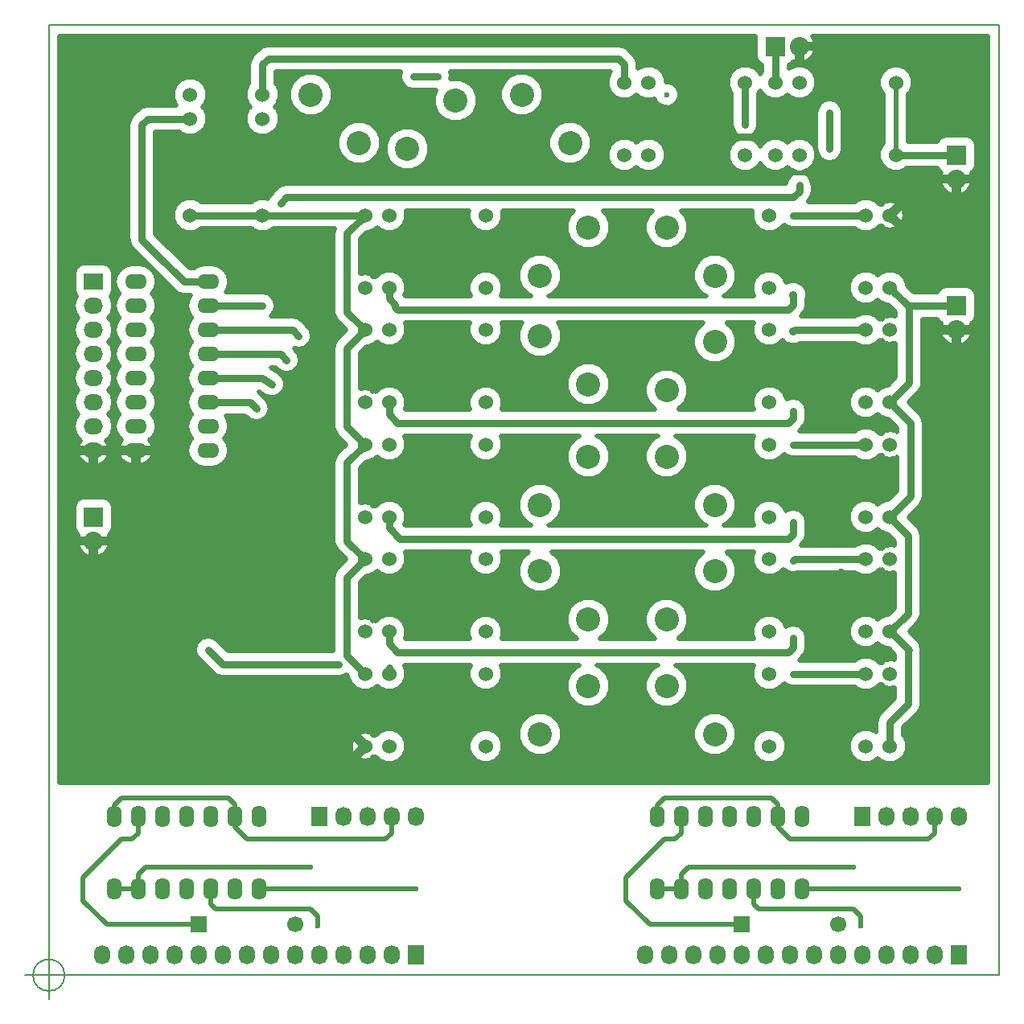
<source format=gbr>
G04 #@! TF.FileFunction,Copper,L1,Top,Signal*
%FSLAX46Y46*%
G04 Gerber Fmt 4.6, Leading zero omitted, Abs format (unit mm)*
G04 Created by KiCad (PCBNEW 4.0.4+e1-6308~48~ubuntu14.04.1-stable) date Tue Oct 11 14:30:50 2016*
%MOMM*%
%LPD*%
G01*
G04 APERTURE LIST*
%ADD10C,0.100000*%
%ADD11C,0.150000*%
%ADD12O,1.600000X2.300000*%
%ADD13R,1.727200X2.032000*%
%ADD14O,1.727200X2.032000*%
%ADD15C,1.699260*%
%ADD16R,1.699260X1.699260*%
%ADD17C,1.524000*%
%ADD18C,6.000000*%
%ADD19C,2.540000*%
%ADD20R,2.032000X1.727200*%
%ADD21O,2.032000X1.727200*%
%ADD22R,2.032000X2.032000*%
%ADD23O,2.032000X2.032000*%
%ADD24O,2.300000X1.600000*%
%ADD25C,0.600000*%
%ADD26C,0.889000*%
%ADD27C,0.750000*%
%ADD28C,0.500000*%
%ADD29C,1.000000*%
%ADD30C,0.250000*%
%ADD31C,0.508000*%
G04 APERTURE END LIST*
D10*
D11*
X89666666Y-160000000D02*
G75*
G03X89666666Y-160000000I-1666666J0D01*
G01*
X85500000Y-160000000D02*
X90500000Y-160000000D01*
X88000000Y-157500000D02*
X88000000Y-162500000D01*
X88000000Y-160000000D02*
X88000000Y-60000000D01*
X188000000Y-160000000D02*
X88000000Y-160000000D01*
X188000000Y-60000000D02*
X188000000Y-160000000D01*
X88000000Y-60000000D02*
X188000000Y-60000000D01*
D12*
X152019000Y-150876000D03*
X154559000Y-150876000D03*
X157099000Y-150876000D03*
X159639000Y-150876000D03*
X162179000Y-150876000D03*
X164719000Y-150876000D03*
X167259000Y-150876000D03*
X167259000Y-143256000D03*
X164719000Y-143256000D03*
X162179000Y-143256000D03*
X159639000Y-143256000D03*
X157099000Y-143256000D03*
X154559000Y-143256000D03*
X152019000Y-143256000D03*
D13*
X173609000Y-143256000D03*
D14*
X176149000Y-143256000D03*
X178689000Y-143256000D03*
X181229000Y-143256000D03*
X183769000Y-143256000D03*
D13*
X183769000Y-157861000D03*
D14*
X181229000Y-157861000D03*
X178689000Y-157861000D03*
X176149000Y-157861000D03*
X173609000Y-157861000D03*
X171069000Y-157861000D03*
X168529000Y-157861000D03*
X165989000Y-157861000D03*
X163449000Y-157861000D03*
X160909000Y-157861000D03*
X158369000Y-157861000D03*
X155829000Y-157861000D03*
X153289000Y-157861000D03*
X150749000Y-157861000D03*
D15*
X171069520Y-154683460D03*
D16*
X160909520Y-154683460D03*
D17*
X121285000Y-135890000D03*
X123825000Y-135890000D03*
X133985000Y-135890000D03*
X133985000Y-128270000D03*
X121285000Y-128270000D03*
X123825000Y-128270000D03*
D18*
X94000000Y-134000000D03*
X182000000Y-134000000D03*
X182000000Y-66000000D03*
D17*
X121285000Y-123825000D03*
X123825000Y-123825000D03*
X133985000Y-123825000D03*
X133985000Y-116205000D03*
X121285000Y-116205000D03*
X123825000Y-116205000D03*
X176530000Y-80010000D03*
X173990000Y-80010000D03*
X163830000Y-80010000D03*
X163830000Y-87630000D03*
X176530000Y-87630000D03*
X173990000Y-87630000D03*
X176530000Y-92075000D03*
X173990000Y-92075000D03*
X163830000Y-92075000D03*
X163830000Y-99695000D03*
X176530000Y-99695000D03*
X173990000Y-99695000D03*
X176530000Y-104140000D03*
X173990000Y-104140000D03*
X163830000Y-104140000D03*
X163830000Y-111760000D03*
X176530000Y-111760000D03*
X173990000Y-111760000D03*
X176530000Y-116205000D03*
X173990000Y-116205000D03*
X163830000Y-116205000D03*
X163830000Y-123825000D03*
X176530000Y-123825000D03*
X173990000Y-123825000D03*
X176530000Y-128270000D03*
X173990000Y-128270000D03*
X163830000Y-128270000D03*
X163830000Y-135890000D03*
X176530000Y-135890000D03*
X173990000Y-135890000D03*
X121285000Y-87630000D03*
X123825000Y-87630000D03*
X133985000Y-87630000D03*
X133985000Y-80010000D03*
X121285000Y-80010000D03*
X123825000Y-80010000D03*
X121285000Y-99695000D03*
X123825000Y-99695000D03*
X133985000Y-99695000D03*
X133985000Y-92075000D03*
X121285000Y-92075000D03*
X123825000Y-92075000D03*
X121285000Y-111760000D03*
X123825000Y-111760000D03*
X133985000Y-111760000D03*
X133985000Y-104140000D03*
X121285000Y-104140000D03*
X123825000Y-104140000D03*
X102870000Y-67310000D03*
X102870000Y-69850000D03*
X102870000Y-80010000D03*
X110490000Y-80010000D03*
X110490000Y-67310000D03*
X110490000Y-69850000D03*
X164465000Y-73660000D03*
X167005000Y-73660000D03*
X177165000Y-73660000D03*
X177165000Y-66040000D03*
X164465000Y-66040000D03*
X167005000Y-66040000D03*
X148590000Y-73660000D03*
X151130000Y-73660000D03*
X161290000Y-73660000D03*
X161290000Y-66040000D03*
X148590000Y-66040000D03*
X151130000Y-66040000D03*
D19*
X153035000Y-81280000D03*
X158115000Y-86360000D03*
X153035000Y-98425000D03*
X158115000Y-93345000D03*
X153035000Y-105410000D03*
X158115000Y-110490000D03*
X153035000Y-122555000D03*
X158115000Y-117475000D03*
X153035000Y-129540000D03*
X158115000Y-134620000D03*
X144780000Y-81280000D03*
X139700000Y-86360000D03*
X144780000Y-97790000D03*
X139700000Y-92710000D03*
X144780000Y-105410000D03*
X139700000Y-110490000D03*
X144780000Y-122555000D03*
X139700000Y-117475000D03*
X144780000Y-129540000D03*
X139700000Y-134620000D03*
X115570000Y-67310000D03*
X120650000Y-72390000D03*
X130810000Y-67945000D03*
X125730000Y-73025000D03*
X137795000Y-67310000D03*
X142875000Y-72390000D03*
D20*
X92710000Y-86995000D03*
D21*
X92710000Y-89535000D03*
X92710000Y-92075000D03*
X92710000Y-94615000D03*
X92710000Y-97155000D03*
X92710000Y-99695000D03*
X92710000Y-102235000D03*
X92710000Y-104775000D03*
D22*
X92710000Y-111760000D03*
D23*
X92710000Y-114300000D03*
D24*
X97155000Y-86995000D03*
X97155000Y-89535000D03*
X97155000Y-92075000D03*
X97155000Y-94615000D03*
X97155000Y-97155000D03*
X97155000Y-99695000D03*
X97155000Y-102235000D03*
X97155000Y-104775000D03*
X104775000Y-104775000D03*
X104775000Y-102235000D03*
X104775000Y-99695000D03*
X104775000Y-97155000D03*
X104775000Y-94615000D03*
X104775000Y-92075000D03*
X104775000Y-89535000D03*
X104775000Y-86995000D03*
D22*
X183515000Y-89535000D03*
D23*
X183515000Y-92075000D03*
D22*
X164465000Y-62230000D03*
D23*
X167005000Y-62230000D03*
D22*
X183515000Y-73660000D03*
D23*
X183515000Y-76200000D03*
D18*
X94000000Y-66000000D03*
D15*
X113919520Y-154683460D03*
D16*
X103759520Y-154683460D03*
D13*
X126619000Y-157861000D03*
D14*
X124079000Y-157861000D03*
X121539000Y-157861000D03*
X118999000Y-157861000D03*
X116459000Y-157861000D03*
X113919000Y-157861000D03*
X111379000Y-157861000D03*
X108839000Y-157861000D03*
X106299000Y-157861000D03*
X103759000Y-157861000D03*
X101219000Y-157861000D03*
X98679000Y-157861000D03*
X96139000Y-157861000D03*
X93599000Y-157861000D03*
D13*
X116459000Y-143256000D03*
D14*
X118999000Y-143256000D03*
X121539000Y-143256000D03*
X124079000Y-143256000D03*
X126619000Y-143256000D03*
D12*
X94869000Y-150876000D03*
X97409000Y-150876000D03*
X99949000Y-150876000D03*
X102489000Y-150876000D03*
X105029000Y-150876000D03*
X107569000Y-150876000D03*
X110109000Y-150876000D03*
X110109000Y-143256000D03*
X107569000Y-143256000D03*
X105029000Y-143256000D03*
X102489000Y-143256000D03*
X99949000Y-143256000D03*
X97409000Y-143256000D03*
X94869000Y-143256000D03*
D25*
X153035000Y-67310000D03*
X180340000Y-126365000D03*
X180340000Y-128270000D03*
X180340000Y-130175000D03*
X131445000Y-135890000D03*
X132715000Y-133985000D03*
X146050000Y-134620000D03*
X130175000Y-128270000D03*
X132080000Y-129540000D03*
X132715000Y-132080000D03*
X99695000Y-78105000D03*
X110490000Y-81915000D03*
X106680000Y-81915000D03*
X102870000Y-81915000D03*
X171450000Y-110490000D03*
X171450000Y-120015000D03*
X171450000Y-121920000D03*
X151765000Y-117475000D03*
X164465000Y-120015000D03*
X160655000Y-120015000D03*
X156845000Y-120015000D03*
X171450000Y-117475000D03*
X163195000Y-76200000D03*
X154940000Y-73660000D03*
X116840000Y-97155000D03*
X116840000Y-99695000D03*
X157480000Y-68580000D03*
X161290000Y-62230000D03*
X157480000Y-62230000D03*
X170180000Y-62230000D03*
X177800000Y-138430000D03*
X172720000Y-138430000D03*
X168275000Y-138430000D03*
X107315000Y-108585000D03*
X102235000Y-108585000D03*
X131445000Y-71755000D03*
X128905000Y-69850000D03*
X135890000Y-71755000D03*
X143510000Y-69850000D03*
X137795000Y-69850000D03*
X113665000Y-76200000D03*
X120015000Y-76200000D03*
X116840000Y-82550000D03*
X115570000Y-81915000D03*
X116840000Y-85090000D03*
X116840000Y-87630000D03*
X116840000Y-94615000D03*
X116840000Y-91440000D03*
X116840000Y-106680000D03*
X116840000Y-103505000D03*
X116840000Y-109220000D03*
X116840000Y-112395000D03*
X116840000Y-121285000D03*
X116840000Y-123825000D03*
X116840000Y-118745000D03*
X116840000Y-116205000D03*
X116840000Y-130810000D03*
X116840000Y-128905000D03*
X93980000Y-83820000D03*
X93980000Y-80010000D03*
X93980000Y-76200000D03*
X93980000Y-72390000D03*
X118745000Y-135890000D03*
X116840000Y-133350000D03*
X168910000Y-76835000D03*
X172085000Y-73025000D03*
X172085000Y-76835000D03*
X168910000Y-74930000D03*
X163195000Y-71120000D03*
X165735000Y-71120000D03*
X157480000Y-71120000D03*
X159385000Y-71120000D03*
X99695000Y-88265000D03*
X99695000Y-90805000D03*
X99695000Y-95885000D03*
X99695000Y-100965000D03*
X144780000Y-109855000D03*
X142875000Y-107950000D03*
X140970000Y-107950000D03*
X171450000Y-106045000D03*
X171450000Y-101600000D03*
X171450000Y-97790000D03*
X171450000Y-93980000D03*
X156845000Y-107950000D03*
X160655000Y-107950000D03*
X164465000Y-107950000D03*
X171450000Y-107950000D03*
X151130000Y-109855000D03*
X171450000Y-90170000D03*
X146685000Y-93980000D03*
X144145000Y-84455000D03*
X145415000Y-85725000D03*
X142875000Y-83185000D03*
X183515000Y-94615000D03*
X183515000Y-78740000D03*
X156845000Y-132080000D03*
X151130000Y-134620000D03*
X164465000Y-132080000D03*
X160655000Y-132080000D03*
X111760000Y-76200000D03*
X156845000Y-83820000D03*
X160655000Y-83820000D03*
X164465000Y-83820000D03*
X151130000Y-85725000D03*
X178435000Y-85090000D03*
X178435000Y-82550000D03*
X180975000Y-109220000D03*
X180975000Y-94615000D03*
X180975000Y-97155000D03*
X180975000Y-106680000D03*
X180975000Y-121285000D03*
X180975000Y-118745000D03*
X152400000Y-93345000D03*
X156845000Y-95885000D03*
X160655000Y-95885000D03*
X164465000Y-95885000D03*
X146685000Y-117475000D03*
X128905000Y-65405000D03*
X126365000Y-65405000D03*
X170180000Y-69215000D03*
X170180000Y-73025000D03*
X104775000Y-125730000D03*
X118491000Y-127254000D03*
X161290000Y-70485000D03*
X167005000Y-76835000D03*
X112395000Y-78740000D03*
X110490000Y-89535000D03*
X166370000Y-80010000D03*
D26*
X166370000Y-88392000D03*
D25*
X114300000Y-92710000D03*
D26*
X166370000Y-92202000D03*
D25*
X166370000Y-100584000D03*
X113030000Y-95250000D03*
X166370000Y-104140000D03*
X166370000Y-112268000D03*
X111506000Y-97790000D03*
X166370000Y-124460000D03*
X166370000Y-116332000D03*
X109855000Y-100330000D03*
X166370000Y-128270000D03*
X183769000Y-150876000D03*
X126619000Y-150876000D03*
X173482000Y-154813000D03*
X116332000Y-154813000D03*
X172720000Y-148590000D03*
X115570000Y-148590000D03*
D27*
X180340000Y-130175000D02*
X180340000Y-128270000D01*
D28*
X132715000Y-132080000D02*
X132715000Y-133985000D01*
X132715000Y-132080000D02*
X132080000Y-129540000D01*
X102870000Y-81915000D02*
X106680000Y-81915000D01*
X171450000Y-107950000D02*
X171450000Y-110490000D01*
X171450000Y-117475000D02*
X171450000Y-120015000D01*
D27*
X164465000Y-120015000D02*
X171450000Y-120015000D01*
X160655000Y-120015000D02*
X164465000Y-120015000D01*
X156845000Y-120015000D02*
X160655000Y-120015000D01*
X154305000Y-120015000D02*
X156845000Y-120015000D01*
X151765000Y-117475000D02*
X154305000Y-120015000D01*
D28*
X163195000Y-75565000D02*
X163195000Y-76200000D01*
X154940000Y-76200000D02*
X163195000Y-76200000D01*
X154940000Y-73660000D02*
X154940000Y-76200000D01*
X157480000Y-68580000D02*
X157480000Y-62230000D01*
X177800000Y-138430000D02*
X172720000Y-138430000D01*
X102235000Y-108585000D02*
X107315000Y-108585000D01*
X137795000Y-69850000D02*
X143510000Y-69850000D01*
X120015000Y-76200000D02*
X113665000Y-76200000D01*
X116840000Y-87630000D02*
X116840000Y-85090000D01*
X116840000Y-112395000D02*
X116840000Y-109220000D01*
X116840000Y-116205000D02*
X116840000Y-118745000D01*
X93980000Y-80010000D02*
X93980000Y-83820000D01*
X93980000Y-72390000D02*
X93980000Y-76200000D01*
X168910000Y-76835000D02*
X172085000Y-76835000D01*
X167640000Y-75565000D02*
X166370000Y-75565000D01*
X168275000Y-75565000D02*
X167640000Y-75565000D01*
X168910000Y-74930000D02*
X168275000Y-75565000D01*
X166370000Y-75565000D02*
X163195000Y-75565000D01*
X163195000Y-75565000D02*
X158115000Y-75565000D01*
X158115000Y-75565000D02*
X157480000Y-74930000D01*
X157480000Y-74930000D02*
X157480000Y-71120000D01*
D27*
X159385000Y-71120000D02*
X160020000Y-71755000D01*
X159385000Y-71120000D02*
X157480000Y-71120000D01*
X163195000Y-71120000D02*
X165735000Y-71120000D01*
X162560000Y-71755000D02*
X163195000Y-71120000D01*
X160020000Y-71755000D02*
X162560000Y-71755000D01*
D29*
X144780000Y-109855000D02*
X142875000Y-107950000D01*
D27*
X171450000Y-101600000D02*
X171450000Y-97790000D01*
X153035000Y-107950000D02*
X156845000Y-107950000D01*
X156845000Y-107950000D02*
X160655000Y-107950000D01*
X160655000Y-107950000D02*
X164465000Y-107950000D01*
X164465000Y-107950000D02*
X171450000Y-107950000D01*
X151130000Y-109855000D02*
X153035000Y-107950000D01*
X142875000Y-83185000D02*
X144145000Y-84455000D01*
X151765000Y-134620000D02*
X154305000Y-132080000D01*
X160655000Y-132080000D02*
X164465000Y-132080000D01*
X156845000Y-132080000D02*
X160655000Y-132080000D01*
X154305000Y-132080000D02*
X156845000Y-132080000D01*
X151130000Y-134620000D02*
X151765000Y-134620000D01*
X151130000Y-85725000D02*
X153035000Y-83820000D01*
X153035000Y-83820000D02*
X156845000Y-83820000D01*
X156845000Y-83820000D02*
X160655000Y-83820000D01*
X160655000Y-83820000D02*
X164465000Y-83820000D01*
X164465000Y-83820000D02*
X167640000Y-83820000D01*
X152400000Y-93345000D02*
X154940000Y-95885000D01*
X154940000Y-95885000D02*
X156845000Y-95885000D01*
X156845000Y-95885000D02*
X160655000Y-95885000D01*
X160655000Y-95885000D02*
X164465000Y-95885000D01*
X164465000Y-95885000D02*
X167640000Y-95885000D01*
X126365000Y-65405000D02*
X128905000Y-65405000D01*
X178435000Y-89535000D02*
X183515000Y-89535000D01*
X178466750Y-125698250D02*
X178466750Y-131413250D01*
X176530000Y-133350000D02*
X176530000Y-135890000D01*
X178466750Y-131413250D02*
X176530000Y-133350000D01*
X176530000Y-123825000D02*
X176593500Y-123825000D01*
X176593500Y-123825000D02*
X178466750Y-125698250D01*
X178466750Y-125698250D02*
X178498500Y-125730000D01*
X176530000Y-111760000D02*
X176530000Y-111823500D01*
X176530000Y-111823500D02*
X178435000Y-113728500D01*
X178435000Y-121920000D02*
X176530000Y-123825000D01*
X178435000Y-113728500D02*
X178435000Y-121920000D01*
X176530000Y-99695000D02*
X178689000Y-101854000D01*
X178689000Y-109601000D02*
X176530000Y-111760000D01*
X178689000Y-101854000D02*
X178689000Y-109601000D01*
X176530000Y-87630000D02*
X178435000Y-89535000D01*
X178435000Y-89535000D02*
X178562000Y-89662000D01*
X178562000Y-97663000D02*
X176530000Y-99695000D01*
X178562000Y-89662000D02*
X178562000Y-97663000D01*
X123825000Y-128270000D02*
X123825000Y-127635000D01*
X170180000Y-69215000D02*
X170180000Y-73025000D01*
X118491000Y-127254000D02*
X106299000Y-127254000D01*
X106299000Y-127254000D02*
X104775000Y-125730000D01*
X110490000Y-80010000D02*
X102870000Y-80010000D01*
X110490000Y-80010000D02*
X114300000Y-80010000D01*
X114300000Y-80010000D02*
X121285000Y-80010000D01*
X121285000Y-116205000D02*
X119380000Y-118110000D01*
X119380000Y-126365000D02*
X121285000Y-128270000D01*
X119380000Y-118110000D02*
X119380000Y-126365000D01*
X121285000Y-104140000D02*
X119380000Y-106045000D01*
X119380000Y-114300000D02*
X121285000Y-116205000D01*
X119380000Y-106045000D02*
X119380000Y-114300000D01*
X121285000Y-92075000D02*
X119380000Y-93980000D01*
X119380000Y-102235000D02*
X121285000Y-104140000D01*
X119380000Y-93980000D02*
X119380000Y-102235000D01*
X121285000Y-80010000D02*
X119380000Y-81915000D01*
X119380000Y-81915000D02*
X119380000Y-90170000D01*
X119380000Y-90170000D02*
X121285000Y-92075000D01*
D30*
X120650000Y-92075000D02*
X121285000Y-92075000D01*
D27*
X110490000Y-67310000D02*
X110490000Y-64135000D01*
X148590000Y-64135000D02*
X148590000Y-66040000D01*
X147955000Y-63500000D02*
X148590000Y-64135000D01*
X111125000Y-63500000D02*
X147955000Y-63500000D01*
X110490000Y-64135000D02*
X111125000Y-63500000D01*
X161290000Y-66040000D02*
X161290000Y-70485000D01*
X167005000Y-77470000D02*
X167005000Y-76835000D01*
X166370000Y-78105000D02*
X167005000Y-77470000D01*
X113030000Y-78105000D02*
X166370000Y-78105000D01*
X112395000Y-78740000D02*
X113030000Y-78105000D01*
X177165000Y-73660000D02*
X183515000Y-73660000D01*
D28*
X177165000Y-66040000D02*
X177165000Y-73660000D01*
D27*
X164465000Y-62230000D02*
X164465000Y-66040000D01*
X104775000Y-89535000D02*
X110490000Y-89535000D01*
X123825000Y-87630000D02*
X123825000Y-88773000D01*
X166370000Y-80010000D02*
X173990000Y-80010000D01*
X166370000Y-89408000D02*
X166370000Y-88392000D01*
X165862000Y-89916000D02*
X166370000Y-89408000D01*
X124714000Y-89916000D02*
X165862000Y-89916000D01*
X124460000Y-89662000D02*
X124714000Y-89916000D01*
X124460000Y-89408000D02*
X124460000Y-89662000D01*
X123825000Y-88773000D02*
X124460000Y-89408000D01*
X104775000Y-92075000D02*
X113665000Y-92075000D01*
X113665000Y-92075000D02*
X114300000Y-92710000D01*
X123825000Y-99695000D02*
X123825000Y-100965000D01*
X166497000Y-92075000D02*
X173990000Y-92075000D01*
X166370000Y-92202000D02*
X166497000Y-92075000D01*
X166370000Y-101346000D02*
X166370000Y-100584000D01*
X165862000Y-101854000D02*
X166370000Y-101346000D01*
X124714000Y-101854000D02*
X165862000Y-101854000D01*
X123825000Y-100965000D02*
X124714000Y-101854000D01*
X104775000Y-94615000D02*
X112395000Y-94615000D01*
X112395000Y-94615000D02*
X113030000Y-95250000D01*
X123825000Y-111760000D02*
X123825000Y-112903000D01*
X166370000Y-104140000D02*
X173990000Y-104140000D01*
X166370000Y-113538000D02*
X166370000Y-112268000D01*
X165862000Y-114046000D02*
X166370000Y-113538000D01*
X124968000Y-114046000D02*
X165862000Y-114046000D01*
X123825000Y-112903000D02*
X124968000Y-114046000D01*
X110490000Y-97155000D02*
X111506000Y-97790000D01*
X110490000Y-97155000D02*
X104775000Y-97155000D01*
X123825000Y-125095000D02*
X124714000Y-125984000D01*
X124714000Y-125984000D02*
X165862000Y-125984000D01*
X165862000Y-125984000D02*
X166370000Y-125476000D01*
X166370000Y-125476000D02*
X166370000Y-124460000D01*
X123825000Y-123825000D02*
X123825000Y-125095000D01*
X166497000Y-116205000D02*
X173990000Y-116205000D01*
X166370000Y-116332000D02*
X166497000Y-116205000D01*
X104775000Y-99695000D02*
X109220000Y-99695000D01*
X109220000Y-99695000D02*
X109855000Y-100330000D01*
X166370000Y-128270000D02*
X173990000Y-128270000D01*
X97790000Y-82550000D02*
X99060000Y-83820000D01*
X97790000Y-70485000D02*
X98425000Y-69850000D01*
X97790000Y-82550000D02*
X97790000Y-70485000D01*
X102870000Y-69850000D02*
X98425000Y-69850000D01*
X102235000Y-86995000D02*
X104775000Y-86995000D01*
X99060000Y-83820000D02*
X102235000Y-86995000D01*
D28*
X151254460Y-154683460D02*
X148717000Y-152146000D01*
X148717000Y-152146000D02*
X148717000Y-149733000D01*
X148717000Y-149733000D02*
X152781000Y-145669000D01*
X152781000Y-145669000D02*
X153924000Y-145669000D01*
X153924000Y-145669000D02*
X154559000Y-145034000D01*
X154559000Y-145034000D02*
X154559000Y-143256000D01*
X160909520Y-154683460D02*
X151254460Y-154683460D01*
X103759520Y-154683460D02*
X94104460Y-154683460D01*
X97409000Y-145034000D02*
X97409000Y-143256000D01*
X96774000Y-145669000D02*
X97409000Y-145034000D01*
X95631000Y-145669000D02*
X96774000Y-145669000D01*
X91567000Y-149733000D02*
X95631000Y-145669000D01*
X91567000Y-152146000D02*
X91567000Y-149733000D01*
X94104460Y-154683460D02*
X91567000Y-152146000D01*
X167259000Y-150876000D02*
X183769000Y-150876000D01*
X110109000Y-150876000D02*
X126619000Y-150876000D01*
X164719000Y-141986000D02*
X164719000Y-143256000D01*
X164084000Y-141351000D02*
X164719000Y-141986000D01*
X152781000Y-141351000D02*
X164084000Y-141351000D01*
X152019000Y-142113000D02*
X152781000Y-141351000D01*
X152019000Y-143256000D02*
X152019000Y-142113000D01*
X165989000Y-145669000D02*
X180594000Y-145669000D01*
X180594000Y-145669000D02*
X181229000Y-145034000D01*
X181229000Y-145034000D02*
X181229000Y-143256000D01*
X164719000Y-144399000D02*
X165989000Y-145669000D01*
X164719000Y-143256000D02*
X164719000Y-144399000D01*
X107569000Y-143256000D02*
X107569000Y-144399000D01*
X107569000Y-144399000D02*
X108839000Y-145669000D01*
X124079000Y-145034000D02*
X124079000Y-143256000D01*
X123444000Y-145669000D02*
X124079000Y-145034000D01*
X108839000Y-145669000D02*
X123444000Y-145669000D01*
X94869000Y-143256000D02*
X94869000Y-142113000D01*
X94869000Y-142113000D02*
X95631000Y-141351000D01*
X95631000Y-141351000D02*
X106934000Y-141351000D01*
X106934000Y-141351000D02*
X107569000Y-141986000D01*
X107569000Y-141986000D02*
X107569000Y-143256000D01*
X162179000Y-152527000D02*
X162179000Y-150876000D01*
X162687000Y-153035000D02*
X162179000Y-152527000D01*
X172720000Y-153035000D02*
X162687000Y-153035000D01*
X173482000Y-153797000D02*
X172720000Y-153035000D01*
X173482000Y-154813000D02*
X173482000Y-153797000D01*
X116332000Y-154813000D02*
X116332000Y-153797000D01*
X116332000Y-153797000D02*
X115570000Y-153035000D01*
X115570000Y-153035000D02*
X105537000Y-153035000D01*
X105537000Y-153035000D02*
X105029000Y-152527000D01*
X105029000Y-152527000D02*
X105029000Y-150876000D01*
X155321000Y-148590000D02*
X172720000Y-148590000D01*
X154559000Y-149352000D02*
X155321000Y-148590000D01*
X154559000Y-150876000D02*
X154559000Y-149352000D01*
X152019000Y-150876000D02*
X154559000Y-150876000D01*
X94869000Y-150876000D02*
X97409000Y-150876000D01*
X97409000Y-150876000D02*
X97409000Y-149352000D01*
X97409000Y-149352000D02*
X98171000Y-148590000D01*
X98171000Y-148590000D02*
X115570000Y-148590000D01*
D31*
G36*
X162374351Y-61214000D02*
X162374351Y-63246000D01*
X162447845Y-63636589D01*
X162678683Y-63995321D01*
X163030901Y-64235982D01*
X163036000Y-64237015D01*
X163036000Y-64900533D01*
X162926367Y-65009975D01*
X162877723Y-65127124D01*
X162830428Y-65012662D01*
X162320025Y-64501367D01*
X161652810Y-64224315D01*
X160930360Y-64223685D01*
X160262662Y-64499572D01*
X159751367Y-65009975D01*
X159474315Y-65677190D01*
X159473685Y-66399640D01*
X159749572Y-67067338D01*
X159861000Y-67178961D01*
X159861000Y-70485000D01*
X159969776Y-71031855D01*
X160279544Y-71495456D01*
X160743145Y-71805224D01*
X160936529Y-71843690D01*
X160930360Y-71843685D01*
X160262662Y-72119572D01*
X159751367Y-72629975D01*
X159474315Y-73297190D01*
X159473685Y-74019640D01*
X159749572Y-74687338D01*
X160259975Y-75198633D01*
X160927190Y-75475685D01*
X161649640Y-75476315D01*
X162317338Y-75200428D01*
X162828633Y-74690025D01*
X162877277Y-74572876D01*
X162924572Y-74687338D01*
X163434975Y-75198633D01*
X164102190Y-75475685D01*
X164824640Y-75476315D01*
X165492338Y-75200428D01*
X165734975Y-74958214D01*
X165974975Y-75198633D01*
X166642190Y-75475685D01*
X166654615Y-75475696D01*
X166458145Y-75514776D01*
X165994544Y-75824544D01*
X165684776Y-76288145D01*
X165607627Y-76676000D01*
X113030005Y-76676000D01*
X113030000Y-76675999D01*
X112573875Y-76766729D01*
X112483145Y-76784776D01*
X112019544Y-77094544D01*
X112019542Y-77094547D01*
X111384544Y-77729544D01*
X111074776Y-78193146D01*
X111057626Y-78279362D01*
X110852810Y-78194315D01*
X110130360Y-78193685D01*
X109462662Y-78469572D01*
X109351039Y-78581000D01*
X104009467Y-78581000D01*
X103900025Y-78471367D01*
X103232810Y-78194315D01*
X102510360Y-78193685D01*
X101842662Y-78469572D01*
X101331367Y-78979975D01*
X101054315Y-79647190D01*
X101053685Y-80369640D01*
X101329572Y-81037338D01*
X101839975Y-81548633D01*
X102507190Y-81825685D01*
X103229640Y-81826315D01*
X103897338Y-81550428D01*
X104008961Y-81439000D01*
X109350533Y-81439000D01*
X109459975Y-81548633D01*
X110127190Y-81825685D01*
X110849640Y-81826315D01*
X111517338Y-81550428D01*
X111628961Y-81439000D01*
X118045682Y-81439000D01*
X117950999Y-81915000D01*
X117951000Y-81915005D01*
X117951000Y-90169995D01*
X117950999Y-90170000D01*
X118023518Y-90534572D01*
X118059776Y-90716855D01*
X118369544Y-91180456D01*
X119264088Y-92075000D01*
X118369544Y-92969544D01*
X118059776Y-93433145D01*
X118059776Y-93433146D01*
X117950999Y-93980000D01*
X117951000Y-93980005D01*
X117951000Y-102234995D01*
X117950999Y-102235000D01*
X118023518Y-102599572D01*
X118059776Y-102781855D01*
X118247048Y-103062127D01*
X118369544Y-103245456D01*
X119264088Y-104140000D01*
X118369544Y-105034544D01*
X118059776Y-105498145D01*
X118059776Y-105498146D01*
X117950999Y-106045000D01*
X117951000Y-106045005D01*
X117951000Y-114299995D01*
X117950999Y-114300000D01*
X118023518Y-114664572D01*
X118059776Y-114846855D01*
X118252991Y-115136022D01*
X118369544Y-115310456D01*
X119264088Y-116205000D01*
X118369544Y-117099544D01*
X118059776Y-117563145D01*
X118059776Y-117563146D01*
X117950999Y-118110000D01*
X117951000Y-118110005D01*
X117951000Y-125825000D01*
X106890911Y-125825000D01*
X105785456Y-124719544D01*
X105321854Y-124409776D01*
X104775000Y-124300999D01*
X104228146Y-124409776D01*
X103764544Y-124719544D01*
X103454776Y-125183146D01*
X103345999Y-125730000D01*
X103454776Y-126276854D01*
X103764544Y-126740456D01*
X105288542Y-128264453D01*
X105288544Y-128264456D01*
X105701687Y-128540509D01*
X105752145Y-128574224D01*
X106299000Y-128683000D01*
X118491000Y-128683000D01*
X119037855Y-128574224D01*
X119355841Y-128361753D01*
X119468820Y-128474732D01*
X119468685Y-128629640D01*
X119744572Y-129297338D01*
X120254975Y-129808633D01*
X120922190Y-130085685D01*
X121644640Y-130086315D01*
X122312338Y-129810428D01*
X122554975Y-129568214D01*
X122794975Y-129808633D01*
X123462190Y-130085685D01*
X124184640Y-130086315D01*
X124852338Y-129810428D01*
X125363633Y-129300025D01*
X125640685Y-128632810D01*
X125641315Y-127910360D01*
X125435810Y-127413000D01*
X132374521Y-127413000D01*
X132169315Y-127907190D01*
X132168685Y-128629640D01*
X132444572Y-129297338D01*
X132954975Y-129808633D01*
X133622190Y-130085685D01*
X134344640Y-130086315D01*
X135012338Y-129810428D01*
X135523633Y-129300025D01*
X135800685Y-128632810D01*
X135801315Y-127910360D01*
X135595810Y-127413000D01*
X143842005Y-127413000D01*
X143465279Y-127568660D01*
X142810957Y-128221841D01*
X142456404Y-129075700D01*
X142455597Y-130000244D01*
X142808660Y-130854721D01*
X143461841Y-131509043D01*
X144315700Y-131863596D01*
X145240244Y-131864403D01*
X146094721Y-131511340D01*
X146749043Y-130858159D01*
X147103596Y-130004300D01*
X147104403Y-129079756D01*
X146751340Y-128225279D01*
X146098159Y-127570957D01*
X145717756Y-127413000D01*
X152097005Y-127413000D01*
X151720279Y-127568660D01*
X151065957Y-128221841D01*
X150711404Y-129075700D01*
X150710597Y-130000244D01*
X151063660Y-130854721D01*
X151716841Y-131509043D01*
X152570700Y-131863596D01*
X153495244Y-131864403D01*
X154349721Y-131511340D01*
X155004043Y-130858159D01*
X155358596Y-130004300D01*
X155359403Y-129079756D01*
X155006340Y-128225279D01*
X154353159Y-127570957D01*
X153972756Y-127413000D01*
X162219521Y-127413000D01*
X162014315Y-127907190D01*
X162013685Y-128629640D01*
X162289572Y-129297338D01*
X162799975Y-129808633D01*
X163467190Y-130085685D01*
X164189640Y-130086315D01*
X164857338Y-129810428D01*
X165368633Y-129300025D01*
X165373020Y-129289460D01*
X165823145Y-129590224D01*
X166370000Y-129699000D01*
X172850533Y-129699000D01*
X172959975Y-129808633D01*
X173627190Y-130085685D01*
X174349640Y-130086315D01*
X175017338Y-129810428D01*
X175449035Y-129379484D01*
X175608725Y-129539174D01*
X175755733Y-129392166D01*
X175827202Y-129655839D01*
X176411037Y-129819297D01*
X177012983Y-129746889D01*
X177037750Y-129736630D01*
X177037750Y-130821338D01*
X175519544Y-132339544D01*
X175209776Y-132803145D01*
X175209776Y-132803146D01*
X175100999Y-133350000D01*
X175101000Y-133350005D01*
X175101000Y-134432484D01*
X175020025Y-134351367D01*
X174352810Y-134074315D01*
X173630360Y-134073685D01*
X172962662Y-134349572D01*
X172451367Y-134859975D01*
X172174315Y-135527190D01*
X172173685Y-136249640D01*
X172449572Y-136917338D01*
X172959975Y-137428633D01*
X173627190Y-137705685D01*
X174349640Y-137706315D01*
X175017338Y-137430428D01*
X175259975Y-137188214D01*
X175499975Y-137428633D01*
X176167190Y-137705685D01*
X176889640Y-137706315D01*
X177557338Y-137430428D01*
X178068633Y-136920025D01*
X178345685Y-136252810D01*
X178346315Y-135530360D01*
X178070428Y-134862662D01*
X177959000Y-134751039D01*
X177959000Y-133941912D01*
X179477206Y-132423706D01*
X179786974Y-131960105D01*
X179895750Y-131413250D01*
X179895750Y-125889618D01*
X179927500Y-125730000D01*
X179818724Y-125183145D01*
X179508955Y-124719544D01*
X179477206Y-124687794D01*
X179477203Y-124687792D01*
X178582661Y-123793250D01*
X179445453Y-122930458D01*
X179445456Y-122930456D01*
X179755224Y-122466855D01*
X179791482Y-122284572D01*
X179864001Y-121920000D01*
X179864000Y-121919995D01*
X179864000Y-113728505D01*
X179864001Y-113728500D01*
X179755224Y-113181646D01*
X179755224Y-113181645D01*
X179445456Y-112718044D01*
X179445453Y-112718042D01*
X178519162Y-111791750D01*
X179699456Y-110611456D01*
X180009224Y-110147855D01*
X180118001Y-109601000D01*
X180118000Y-109600995D01*
X180118000Y-101854005D01*
X180118001Y-101854000D01*
X180009224Y-101307145D01*
X179699456Y-100843544D01*
X178550912Y-99695000D01*
X179572456Y-98673456D01*
X179578123Y-98664975D01*
X179882224Y-98209855D01*
X179931784Y-97960700D01*
X179991001Y-97663000D01*
X179991000Y-97662995D01*
X179991000Y-92593437D01*
X181814262Y-92593437D01*
X181945795Y-92911022D01*
X182385175Y-93447892D01*
X182996561Y-93775752D01*
X183269000Y-93645415D01*
X183269000Y-92321000D01*
X183761000Y-92321000D01*
X183761000Y-93645415D01*
X184033439Y-93775752D01*
X184644825Y-93447892D01*
X185084205Y-92911022D01*
X185215738Y-92593437D01*
X185083324Y-92321000D01*
X183761000Y-92321000D01*
X183269000Y-92321000D01*
X181946676Y-92321000D01*
X181814262Y-92593437D01*
X179991000Y-92593437D01*
X179991000Y-90964000D01*
X181512266Y-90964000D01*
X181728683Y-91300321D01*
X181878104Y-91402417D01*
X181814262Y-91556563D01*
X181946676Y-91829000D01*
X183269000Y-91829000D01*
X183269000Y-91809000D01*
X183761000Y-91809000D01*
X183761000Y-91829000D01*
X185083324Y-91829000D01*
X185215738Y-91556563D01*
X185152399Y-91403632D01*
X185280321Y-91321317D01*
X185520982Y-90969099D01*
X185605649Y-90551000D01*
X185605649Y-88519000D01*
X185532155Y-88128411D01*
X185301317Y-87769679D01*
X184949099Y-87529018D01*
X184531000Y-87444351D01*
X182499000Y-87444351D01*
X182108411Y-87517845D01*
X181749679Y-87748683D01*
X181509018Y-88100901D01*
X181507985Y-88106000D01*
X179026911Y-88106000D01*
X178346180Y-87425268D01*
X178346315Y-87270360D01*
X178070428Y-86602662D01*
X177560025Y-86091367D01*
X176892810Y-85814315D01*
X176170360Y-85813685D01*
X175502662Y-86089572D01*
X175260025Y-86331786D01*
X175020025Y-86091367D01*
X174352810Y-85814315D01*
X173630360Y-85813685D01*
X172962662Y-86089572D01*
X172451367Y-86599975D01*
X172174315Y-87267190D01*
X172173685Y-87989640D01*
X172449572Y-88657338D01*
X172959975Y-89168633D01*
X173627190Y-89445685D01*
X174349640Y-89446315D01*
X175017338Y-89170428D01*
X175259975Y-88928214D01*
X175499975Y-89168633D01*
X176167190Y-89445685D01*
X176324911Y-89445823D01*
X177133000Y-90253911D01*
X177133000Y-90661220D01*
X176648963Y-90525703D01*
X176047017Y-90598111D01*
X175827202Y-90689161D01*
X175755733Y-90952834D01*
X175608725Y-90805826D01*
X175448730Y-90965821D01*
X175020025Y-90536367D01*
X174352810Y-90259315D01*
X173630360Y-90258685D01*
X172962662Y-90534572D01*
X172851039Y-90646000D01*
X167152911Y-90646000D01*
X167380453Y-90418458D01*
X167380456Y-90418456D01*
X167690224Y-89954855D01*
X167799000Y-89408000D01*
X167799000Y-88858124D01*
X167868239Y-88691378D01*
X167868759Y-88095238D01*
X167641107Y-87544277D01*
X167219940Y-87122375D01*
X166669378Y-86893761D01*
X166073238Y-86893241D01*
X165575474Y-87098912D01*
X165370428Y-86602662D01*
X164860025Y-86091367D01*
X164192810Y-85814315D01*
X163470360Y-85813685D01*
X162802662Y-86089572D01*
X162291367Y-86599975D01*
X162014315Y-87267190D01*
X162013685Y-87989640D01*
X162219190Y-88487000D01*
X159052995Y-88487000D01*
X159429721Y-88331340D01*
X160084043Y-87678159D01*
X160438596Y-86824300D01*
X160439403Y-85899756D01*
X160086340Y-85045279D01*
X159433159Y-84390957D01*
X158579300Y-84036404D01*
X157654756Y-84035597D01*
X156800279Y-84388660D01*
X156145957Y-85041841D01*
X155791404Y-85895700D01*
X155790597Y-86820244D01*
X156143660Y-87674721D01*
X156796841Y-88329043D01*
X157177244Y-88487000D01*
X140637995Y-88487000D01*
X141014721Y-88331340D01*
X141669043Y-87678159D01*
X142023596Y-86824300D01*
X142024403Y-85899756D01*
X141671340Y-85045279D01*
X141018159Y-84390957D01*
X140164300Y-84036404D01*
X139239756Y-84035597D01*
X138385279Y-84388660D01*
X137730957Y-85041841D01*
X137376404Y-85895700D01*
X137375597Y-86820244D01*
X137728660Y-87674721D01*
X138381841Y-88329043D01*
X138762244Y-88487000D01*
X135595479Y-88487000D01*
X135800685Y-87992810D01*
X135801315Y-87270360D01*
X135525428Y-86602662D01*
X135015025Y-86091367D01*
X134347810Y-85814315D01*
X133625360Y-85813685D01*
X132957662Y-86089572D01*
X132446367Y-86599975D01*
X132169315Y-87267190D01*
X132168685Y-87989640D01*
X132374190Y-88487000D01*
X125530229Y-88487000D01*
X125471793Y-88399546D01*
X125640685Y-87992810D01*
X125641315Y-87270360D01*
X125365428Y-86602662D01*
X124855025Y-86091367D01*
X124187810Y-85814315D01*
X123465360Y-85813685D01*
X122797662Y-86089572D01*
X122365965Y-86520516D01*
X122206275Y-86360826D01*
X122059267Y-86507834D01*
X121987798Y-86244161D01*
X121403963Y-86080703D01*
X120809000Y-86152271D01*
X120809000Y-82506912D01*
X121489732Y-81826180D01*
X121644640Y-81826315D01*
X122312338Y-81550428D01*
X122554975Y-81308214D01*
X122794975Y-81548633D01*
X123462190Y-81825685D01*
X124184640Y-81826315D01*
X124852338Y-81550428D01*
X125363633Y-81040025D01*
X125640685Y-80372810D01*
X125641315Y-79650360D01*
X125593236Y-79534000D01*
X132216316Y-79534000D01*
X132169315Y-79647190D01*
X132168685Y-80369640D01*
X132444572Y-81037338D01*
X132954975Y-81548633D01*
X133622190Y-81825685D01*
X134344640Y-81826315D01*
X135012338Y-81550428D01*
X135523633Y-81040025D01*
X135800685Y-80372810D01*
X135801315Y-79650360D01*
X135753236Y-79534000D01*
X143239545Y-79534000D01*
X142810957Y-79961841D01*
X142456404Y-80815700D01*
X142455597Y-81740244D01*
X142808660Y-82594721D01*
X143461841Y-83249043D01*
X144315700Y-83603596D01*
X145240244Y-83604403D01*
X146094721Y-83251340D01*
X146749043Y-82598159D01*
X147103596Y-81744300D01*
X147104403Y-80819756D01*
X146751340Y-79965279D01*
X146320813Y-79534000D01*
X151494545Y-79534000D01*
X151065957Y-79961841D01*
X150711404Y-80815700D01*
X150710597Y-81740244D01*
X151063660Y-82594721D01*
X151716841Y-83249043D01*
X152570700Y-83603596D01*
X153495244Y-83604403D01*
X154349721Y-83251340D01*
X155004043Y-82598159D01*
X155358596Y-81744300D01*
X155359403Y-80819756D01*
X155006340Y-79965279D01*
X154575813Y-79534000D01*
X162061316Y-79534000D01*
X162014315Y-79647190D01*
X162013685Y-80369640D01*
X162289572Y-81037338D01*
X162799975Y-81548633D01*
X163467190Y-81825685D01*
X164189640Y-81826315D01*
X164857338Y-81550428D01*
X165368633Y-81040025D01*
X165373020Y-81029460D01*
X165823145Y-81330224D01*
X166370000Y-81439000D01*
X172850533Y-81439000D01*
X172959975Y-81548633D01*
X173627190Y-81825685D01*
X174349640Y-81826315D01*
X175017338Y-81550428D01*
X175449035Y-81119484D01*
X175608725Y-81279174D01*
X175755733Y-81132166D01*
X175827202Y-81395839D01*
X176411037Y-81559297D01*
X177012983Y-81486889D01*
X177232798Y-81395839D01*
X177304268Y-81132164D01*
X176530000Y-80357897D01*
X176515858Y-80372039D01*
X176167961Y-80024142D01*
X176182103Y-80010000D01*
X176877897Y-80010000D01*
X177652164Y-80784268D01*
X177915839Y-80712798D01*
X178079297Y-80128963D01*
X178006889Y-79527017D01*
X177915839Y-79307202D01*
X177652164Y-79235732D01*
X176877897Y-80010000D01*
X176182103Y-80010000D01*
X176167961Y-79995858D01*
X176515858Y-79647961D01*
X176530000Y-79662103D01*
X177304268Y-78887836D01*
X177232798Y-78624161D01*
X176648963Y-78460703D01*
X176047017Y-78533111D01*
X175827202Y-78624161D01*
X175755733Y-78887834D01*
X175608725Y-78740826D01*
X175448730Y-78900821D01*
X175020025Y-78471367D01*
X174352810Y-78194315D01*
X173630360Y-78193685D01*
X172962662Y-78469572D01*
X172851039Y-78581000D01*
X167914911Y-78581000D01*
X168015453Y-78480458D01*
X168015456Y-78480456D01*
X168325224Y-78016855D01*
X168382374Y-77729544D01*
X168434001Y-77470000D01*
X168434000Y-77469995D01*
X168434000Y-76835000D01*
X168410815Y-76718437D01*
X181814262Y-76718437D01*
X181945795Y-77036022D01*
X182385175Y-77572892D01*
X182996561Y-77900752D01*
X183269000Y-77770415D01*
X183269000Y-76446000D01*
X183761000Y-76446000D01*
X183761000Y-77770415D01*
X184033439Y-77900752D01*
X184644825Y-77572892D01*
X185084205Y-77036022D01*
X185215738Y-76718437D01*
X185083324Y-76446000D01*
X183761000Y-76446000D01*
X183269000Y-76446000D01*
X181946676Y-76446000D01*
X181814262Y-76718437D01*
X168410815Y-76718437D01*
X168325224Y-76288145D01*
X168015456Y-75824544D01*
X167551855Y-75514776D01*
X167358471Y-75476310D01*
X167364640Y-75476315D01*
X168032338Y-75200428D01*
X168543633Y-74690025D01*
X168820685Y-74022810D01*
X168821247Y-73378157D01*
X168859776Y-73571855D01*
X169169544Y-74035456D01*
X169633145Y-74345224D01*
X170180000Y-74454000D01*
X170726855Y-74345224D01*
X171190456Y-74035456D01*
X171500224Y-73571855D01*
X171609000Y-73025000D01*
X171609000Y-69215000D01*
X171500224Y-68668145D01*
X171190456Y-68204544D01*
X170726855Y-67894776D01*
X170180000Y-67786000D01*
X169633145Y-67894776D01*
X169169544Y-68204544D01*
X168859776Y-68668145D01*
X168751000Y-69215000D01*
X168751000Y-73025000D01*
X168791344Y-73227826D01*
X168545428Y-72632662D01*
X168035025Y-72121367D01*
X167367810Y-71844315D01*
X166645360Y-71843685D01*
X165977662Y-72119572D01*
X165735025Y-72361786D01*
X165495025Y-72121367D01*
X164827810Y-71844315D01*
X164105360Y-71843685D01*
X163437662Y-72119572D01*
X162926367Y-72629975D01*
X162877723Y-72747124D01*
X162830428Y-72632662D01*
X162320025Y-72121367D01*
X161652810Y-71844315D01*
X161640385Y-71844304D01*
X161836855Y-71805224D01*
X162300456Y-71495456D01*
X162610224Y-71031855D01*
X162719000Y-70485000D01*
X162719000Y-67179467D01*
X162828633Y-67070025D01*
X162877277Y-66952876D01*
X162924572Y-67067338D01*
X163434975Y-67578633D01*
X164102190Y-67855685D01*
X164824640Y-67856315D01*
X165492338Y-67580428D01*
X165734975Y-67338214D01*
X165974975Y-67578633D01*
X166642190Y-67855685D01*
X167364640Y-67856315D01*
X168032338Y-67580428D01*
X168543633Y-67070025D01*
X168820685Y-66402810D01*
X168820687Y-66399640D01*
X175348685Y-66399640D01*
X175624572Y-67067338D01*
X175861000Y-67304179D01*
X175861000Y-72395751D01*
X175626367Y-72629975D01*
X175349315Y-73297190D01*
X175348685Y-74019640D01*
X175624572Y-74687338D01*
X176134975Y-75198633D01*
X176802190Y-75475685D01*
X177524640Y-75476315D01*
X178192338Y-75200428D01*
X178303961Y-75089000D01*
X181512266Y-75089000D01*
X181728683Y-75425321D01*
X181878104Y-75527417D01*
X181814262Y-75681563D01*
X181946676Y-75954000D01*
X183269000Y-75954000D01*
X183269000Y-75934000D01*
X183761000Y-75934000D01*
X183761000Y-75954000D01*
X185083324Y-75954000D01*
X185215738Y-75681563D01*
X185152399Y-75528632D01*
X185280321Y-75446317D01*
X185520982Y-75094099D01*
X185605649Y-74676000D01*
X185605649Y-72644000D01*
X185532155Y-72253411D01*
X185301317Y-71894679D01*
X184949099Y-71654018D01*
X184531000Y-71569351D01*
X182499000Y-71569351D01*
X182108411Y-71642845D01*
X181749679Y-71873683D01*
X181509018Y-72225901D01*
X181507985Y-72231000D01*
X178469000Y-72231000D01*
X178469000Y-67304249D01*
X178703633Y-67070025D01*
X178980685Y-66402810D01*
X178981315Y-65680360D01*
X178705428Y-65012662D01*
X178195025Y-64501367D01*
X177527810Y-64224315D01*
X176805360Y-64223685D01*
X176137662Y-64499572D01*
X175626367Y-65009975D01*
X175349315Y-65677190D01*
X175348685Y-66399640D01*
X168820687Y-66399640D01*
X168821315Y-65680360D01*
X168545428Y-65012662D01*
X168035025Y-64501367D01*
X167367810Y-64224315D01*
X166645360Y-64223685D01*
X165977662Y-64499572D01*
X165894000Y-64583088D01*
X165894000Y-64232734D01*
X166230321Y-64016317D01*
X166332417Y-63866896D01*
X166486563Y-63930738D01*
X166759000Y-63798324D01*
X166759000Y-62476000D01*
X167251000Y-62476000D01*
X167251000Y-63798324D01*
X167523437Y-63930738D01*
X167841022Y-63799205D01*
X168377892Y-63359825D01*
X168705752Y-62748439D01*
X168575415Y-62476000D01*
X167251000Y-62476000D01*
X166759000Y-62476000D01*
X166739000Y-62476000D01*
X166739000Y-61984000D01*
X166759000Y-61984000D01*
X166759000Y-61964000D01*
X167251000Y-61964000D01*
X167251000Y-61984000D01*
X168575415Y-61984000D01*
X168705752Y-61711561D01*
X168393350Y-61129000D01*
X186871000Y-61129000D01*
X186871000Y-139746000D01*
X89129000Y-139746000D01*
X89129000Y-135771037D01*
X119735703Y-135771037D01*
X119808111Y-136372983D01*
X119899161Y-136592798D01*
X120162836Y-136664268D01*
X120937103Y-135890000D01*
X120162836Y-135115732D01*
X119899161Y-135187202D01*
X119735703Y-135771037D01*
X89129000Y-135771037D01*
X89129000Y-134767836D01*
X120510732Y-134767836D01*
X121285000Y-135542103D01*
X121299142Y-135527961D01*
X121647039Y-135875858D01*
X121632897Y-135890000D01*
X121647039Y-135904142D01*
X121299142Y-136252039D01*
X121285000Y-136237897D01*
X120510732Y-137012164D01*
X120582202Y-137275839D01*
X121166037Y-137439297D01*
X121767983Y-137366889D01*
X121987798Y-137275839D01*
X122059267Y-137012166D01*
X122206275Y-137159174D01*
X122366270Y-136999179D01*
X122794975Y-137428633D01*
X123462190Y-137705685D01*
X124184640Y-137706315D01*
X124852338Y-137430428D01*
X125363633Y-136920025D01*
X125640685Y-136252810D01*
X125640687Y-136249640D01*
X132168685Y-136249640D01*
X132444572Y-136917338D01*
X132954975Y-137428633D01*
X133622190Y-137705685D01*
X134344640Y-137706315D01*
X135012338Y-137430428D01*
X135523633Y-136920025D01*
X135800685Y-136252810D01*
X135801315Y-135530360D01*
X135615331Y-135080244D01*
X137375597Y-135080244D01*
X137728660Y-135934721D01*
X138381841Y-136589043D01*
X139235700Y-136943596D01*
X140160244Y-136944403D01*
X141014721Y-136591340D01*
X141669043Y-135938159D01*
X142023596Y-135084300D01*
X142023599Y-135080244D01*
X155790597Y-135080244D01*
X156143660Y-135934721D01*
X156796841Y-136589043D01*
X157650700Y-136943596D01*
X158575244Y-136944403D01*
X159429721Y-136591340D01*
X159772017Y-136249640D01*
X162013685Y-136249640D01*
X162289572Y-136917338D01*
X162799975Y-137428633D01*
X163467190Y-137705685D01*
X164189640Y-137706315D01*
X164857338Y-137430428D01*
X165368633Y-136920025D01*
X165645685Y-136252810D01*
X165646315Y-135530360D01*
X165370428Y-134862662D01*
X164860025Y-134351367D01*
X164192810Y-134074315D01*
X163470360Y-134073685D01*
X162802662Y-134349572D01*
X162291367Y-134859975D01*
X162014315Y-135527190D01*
X162013685Y-136249640D01*
X159772017Y-136249640D01*
X160084043Y-135938159D01*
X160438596Y-135084300D01*
X160439403Y-134159756D01*
X160086340Y-133305279D01*
X159433159Y-132650957D01*
X158579300Y-132296404D01*
X157654756Y-132295597D01*
X156800279Y-132648660D01*
X156145957Y-133301841D01*
X155791404Y-134155700D01*
X155790597Y-135080244D01*
X142023599Y-135080244D01*
X142024403Y-134159756D01*
X141671340Y-133305279D01*
X141018159Y-132650957D01*
X140164300Y-132296404D01*
X139239756Y-132295597D01*
X138385279Y-132648660D01*
X137730957Y-133301841D01*
X137376404Y-134155700D01*
X137375597Y-135080244D01*
X135615331Y-135080244D01*
X135525428Y-134862662D01*
X135015025Y-134351367D01*
X134347810Y-134074315D01*
X133625360Y-134073685D01*
X132957662Y-134349572D01*
X132446367Y-134859975D01*
X132169315Y-135527190D01*
X132168685Y-136249640D01*
X125640687Y-136249640D01*
X125641315Y-135530360D01*
X125365428Y-134862662D01*
X124855025Y-134351367D01*
X124187810Y-134074315D01*
X123465360Y-134073685D01*
X122797662Y-134349572D01*
X122365965Y-134780516D01*
X122206275Y-134620826D01*
X122059267Y-134767834D01*
X121987798Y-134504161D01*
X121403963Y-134340703D01*
X120802017Y-134413111D01*
X120582202Y-134504161D01*
X120510732Y-134767836D01*
X89129000Y-134767836D01*
X89129000Y-114818437D01*
X91009262Y-114818437D01*
X91140795Y-115136022D01*
X91580175Y-115672892D01*
X92191561Y-116000752D01*
X92464000Y-115870415D01*
X92464000Y-114546000D01*
X92956000Y-114546000D01*
X92956000Y-115870415D01*
X93228439Y-116000752D01*
X93839825Y-115672892D01*
X94279205Y-115136022D01*
X94410738Y-114818437D01*
X94278324Y-114546000D01*
X92956000Y-114546000D01*
X92464000Y-114546000D01*
X91141676Y-114546000D01*
X91009262Y-114818437D01*
X89129000Y-114818437D01*
X89129000Y-110744000D01*
X90619351Y-110744000D01*
X90619351Y-112776000D01*
X90692845Y-113166589D01*
X90923683Y-113525321D01*
X91073104Y-113627417D01*
X91009262Y-113781563D01*
X91141676Y-114054000D01*
X92464000Y-114054000D01*
X92464000Y-114034000D01*
X92956000Y-114034000D01*
X92956000Y-114054000D01*
X94278324Y-114054000D01*
X94410738Y-113781563D01*
X94347399Y-113628632D01*
X94475321Y-113546317D01*
X94715982Y-113194099D01*
X94800649Y-112776000D01*
X94800649Y-110744000D01*
X94727155Y-110353411D01*
X94496317Y-109994679D01*
X94144099Y-109754018D01*
X93726000Y-109669351D01*
X91694000Y-109669351D01*
X91303411Y-109742845D01*
X90944679Y-109973683D01*
X90704018Y-110325901D01*
X90619351Y-110744000D01*
X89129000Y-110744000D01*
X89129000Y-105269343D01*
X91008987Y-105269343D01*
X91193183Y-105650612D01*
X91632125Y-106106100D01*
X92211962Y-106358940D01*
X92464000Y-106203009D01*
X92464000Y-105021000D01*
X92956000Y-105021000D01*
X92956000Y-106203009D01*
X93208038Y-106358940D01*
X93787875Y-106106100D01*
X94226817Y-105650612D01*
X94411013Y-105269343D01*
X94405549Y-105259273D01*
X95319967Y-105259273D01*
X95595842Y-105782055D01*
X96073267Y-106168122D01*
X96662092Y-106342099D01*
X96909000Y-106154661D01*
X96909000Y-105021000D01*
X97401000Y-105021000D01*
X97401000Y-106154661D01*
X97647908Y-106342099D01*
X98236733Y-106168122D01*
X98714158Y-105782055D01*
X98990033Y-105259273D01*
X98854258Y-105021000D01*
X97401000Y-105021000D01*
X96909000Y-105021000D01*
X95455742Y-105021000D01*
X95319967Y-105259273D01*
X94405549Y-105259273D01*
X94276259Y-105021000D01*
X92956000Y-105021000D01*
X92464000Y-105021000D01*
X91143741Y-105021000D01*
X91008987Y-105269343D01*
X89129000Y-105269343D01*
X89129000Y-89535000D01*
X90599446Y-89535000D01*
X90745415Y-90268834D01*
X91103669Y-90805000D01*
X90745415Y-91341166D01*
X90599446Y-92075000D01*
X90745415Y-92808834D01*
X91103669Y-93345000D01*
X90745415Y-93881166D01*
X90599446Y-94615000D01*
X90745415Y-95348834D01*
X91103669Y-95885000D01*
X90745415Y-96421166D01*
X90599446Y-97155000D01*
X90745415Y-97888834D01*
X91103669Y-98425000D01*
X90745415Y-98961166D01*
X90599446Y-99695000D01*
X90745415Y-100428834D01*
X91103669Y-100965000D01*
X90745415Y-101501166D01*
X90599446Y-102235000D01*
X90745415Y-102968834D01*
X91161098Y-103590948D01*
X91361426Y-103724803D01*
X91193183Y-103899388D01*
X91008987Y-104280657D01*
X91143741Y-104529000D01*
X92464000Y-104529000D01*
X92464000Y-104509000D01*
X92956000Y-104509000D01*
X92956000Y-104529000D01*
X94276259Y-104529000D01*
X94411013Y-104280657D01*
X94226817Y-103899388D01*
X94058574Y-103724803D01*
X94258902Y-103590948D01*
X94674585Y-102968834D01*
X94820554Y-102235000D01*
X94674585Y-101501166D01*
X94316331Y-100965000D01*
X94674585Y-100428834D01*
X94820554Y-99695000D01*
X94674585Y-98961166D01*
X94316331Y-98425000D01*
X94674585Y-97888834D01*
X94820554Y-97155000D01*
X94674585Y-96421166D01*
X94316331Y-95885000D01*
X94674585Y-95348834D01*
X94820554Y-94615000D01*
X94674585Y-93881166D01*
X94316331Y-93345000D01*
X94674585Y-92808834D01*
X94820554Y-92075000D01*
X94674585Y-91341166D01*
X94316331Y-90805000D01*
X94674585Y-90268834D01*
X94820554Y-89535000D01*
X94674585Y-88801166D01*
X94517877Y-88566635D01*
X94715982Y-88276699D01*
X94800649Y-87858600D01*
X94800649Y-86995000D01*
X94907821Y-86995000D01*
X95048948Y-87704495D01*
X95423466Y-88265000D01*
X95048948Y-88825505D01*
X94907821Y-89535000D01*
X95048948Y-90244495D01*
X95423466Y-90805000D01*
X95048948Y-91365505D01*
X94907821Y-92075000D01*
X95048948Y-92784495D01*
X95423466Y-93345000D01*
X95048948Y-93905505D01*
X94907821Y-94615000D01*
X95048948Y-95324495D01*
X95423466Y-95885000D01*
X95048948Y-96445505D01*
X94907821Y-97155000D01*
X95048948Y-97864495D01*
X95423466Y-98425000D01*
X95048948Y-98985505D01*
X94907821Y-99695000D01*
X95048948Y-100404495D01*
X95423466Y-100965000D01*
X95048948Y-101525505D01*
X94907821Y-102235000D01*
X95048948Y-102944495D01*
X95450845Y-103545976D01*
X95680541Y-103699454D01*
X95595842Y-103767945D01*
X95319967Y-104290727D01*
X95455742Y-104529000D01*
X96909000Y-104529000D01*
X96909000Y-104509000D01*
X97401000Y-104509000D01*
X97401000Y-104529000D01*
X98854258Y-104529000D01*
X98990033Y-104290727D01*
X98714158Y-103767945D01*
X98629459Y-103699454D01*
X98859155Y-103545976D01*
X99261052Y-102944495D01*
X99402179Y-102235000D01*
X99261052Y-101525505D01*
X98886534Y-100965000D01*
X99261052Y-100404495D01*
X99402179Y-99695000D01*
X99261052Y-98985505D01*
X98886534Y-98425000D01*
X99261052Y-97864495D01*
X99402179Y-97155000D01*
X99261052Y-96445505D01*
X98886534Y-95885000D01*
X99261052Y-95324495D01*
X99402179Y-94615000D01*
X99261052Y-93905505D01*
X98886534Y-93345000D01*
X99261052Y-92784495D01*
X99402179Y-92075000D01*
X99261052Y-91365505D01*
X98886534Y-90805000D01*
X99261052Y-90244495D01*
X99402179Y-89535000D01*
X99261052Y-88825505D01*
X98886534Y-88265000D01*
X99261052Y-87704495D01*
X99402179Y-86995000D01*
X99261052Y-86285505D01*
X98859155Y-85684024D01*
X98257674Y-85282127D01*
X97548179Y-85141000D01*
X96761821Y-85141000D01*
X96052326Y-85282127D01*
X95450845Y-85684024D01*
X95048948Y-86285505D01*
X94907821Y-86995000D01*
X94800649Y-86995000D01*
X94800649Y-86131400D01*
X94727155Y-85740811D01*
X94496317Y-85382079D01*
X94144099Y-85141418D01*
X93726000Y-85056751D01*
X91694000Y-85056751D01*
X91303411Y-85130245D01*
X90944679Y-85361083D01*
X90704018Y-85713301D01*
X90619351Y-86131400D01*
X90619351Y-87858600D01*
X90692845Y-88249189D01*
X90899573Y-88570453D01*
X90745415Y-88801166D01*
X90599446Y-89535000D01*
X89129000Y-89535000D01*
X89129000Y-70485000D01*
X96360999Y-70485000D01*
X96361000Y-70485005D01*
X96361000Y-82549995D01*
X96360999Y-82550000D01*
X96370579Y-82598159D01*
X96469776Y-83096855D01*
X96587570Y-83273146D01*
X96779544Y-83560456D01*
X98049542Y-84830453D01*
X98049544Y-84830456D01*
X101224544Y-88005456D01*
X101688145Y-88315224D01*
X102235000Y-88424001D01*
X102235005Y-88424000D01*
X102937225Y-88424000D01*
X102668948Y-88825505D01*
X102527821Y-89535000D01*
X102668948Y-90244495D01*
X103043466Y-90805000D01*
X102668948Y-91365505D01*
X102527821Y-92075000D01*
X102668948Y-92784495D01*
X103043466Y-93345000D01*
X102668948Y-93905505D01*
X102527821Y-94615000D01*
X102668948Y-95324495D01*
X103043466Y-95885000D01*
X102668948Y-96445505D01*
X102527821Y-97155000D01*
X102668948Y-97864495D01*
X103043466Y-98425000D01*
X102668948Y-98985505D01*
X102527821Y-99695000D01*
X102668948Y-100404495D01*
X103043466Y-100965000D01*
X102668948Y-101525505D01*
X102527821Y-102235000D01*
X102668948Y-102944495D01*
X103043466Y-103505000D01*
X102668948Y-104065505D01*
X102527821Y-104775000D01*
X102668948Y-105484495D01*
X103070845Y-106085976D01*
X103672326Y-106487873D01*
X104381821Y-106629000D01*
X105168179Y-106629000D01*
X105877674Y-106487873D01*
X106479155Y-106085976D01*
X106881052Y-105484495D01*
X107022179Y-104775000D01*
X106881052Y-104065505D01*
X106506534Y-103505000D01*
X106881052Y-102944495D01*
X107022179Y-102235000D01*
X106881052Y-101525505D01*
X106612775Y-101124000D01*
X108628089Y-101124000D01*
X108844545Y-101340456D01*
X109308146Y-101650224D01*
X109855000Y-101759001D01*
X110401855Y-101650224D01*
X110865456Y-101340456D01*
X111175224Y-100876855D01*
X111284001Y-100330000D01*
X111175224Y-99783146D01*
X110865456Y-99319545D01*
X110230456Y-98684544D01*
X110079981Y-98584000D01*
X110080168Y-98584000D01*
X110748632Y-99001790D01*
X111270015Y-99199380D01*
X111827325Y-99182406D01*
X112335715Y-98953450D01*
X112717790Y-98547369D01*
X112915381Y-98025985D01*
X112898406Y-97468676D01*
X112669450Y-96960285D01*
X112263369Y-96578211D01*
X111408632Y-96044000D01*
X111803089Y-96044000D01*
X112019545Y-96260456D01*
X112483146Y-96570224D01*
X113030000Y-96679001D01*
X113576855Y-96570224D01*
X114040456Y-96260456D01*
X114350224Y-95796855D01*
X114459001Y-95250000D01*
X114350224Y-94703146D01*
X114040456Y-94239545D01*
X113850500Y-94049589D01*
X114300000Y-94139001D01*
X114846855Y-94030224D01*
X115310456Y-93720456D01*
X115620224Y-93256855D01*
X115729001Y-92710000D01*
X115620224Y-92163146D01*
X115310456Y-91699545D01*
X114675456Y-91064544D01*
X114610892Y-91021404D01*
X114211855Y-90754776D01*
X114078369Y-90728224D01*
X113665000Y-90645999D01*
X113664995Y-90646000D01*
X111349981Y-90646000D01*
X111500456Y-90545456D01*
X111810224Y-90081855D01*
X111919000Y-89535000D01*
X111810224Y-88988145D01*
X111500456Y-88524544D01*
X111036855Y-88214776D01*
X110490000Y-88106000D01*
X106612775Y-88106000D01*
X106881052Y-87704495D01*
X107022179Y-86995000D01*
X106881052Y-86285505D01*
X106479155Y-85684024D01*
X105877674Y-85282127D01*
X105168179Y-85141000D01*
X104381821Y-85141000D01*
X103672326Y-85282127D01*
X103247480Y-85566000D01*
X102826912Y-85566000D01*
X100070456Y-82809544D01*
X100070453Y-82809542D01*
X99219000Y-81958088D01*
X99219000Y-72850244D01*
X118325597Y-72850244D01*
X118678660Y-73704721D01*
X119331841Y-74359043D01*
X120185700Y-74713596D01*
X121110244Y-74714403D01*
X121964721Y-74361340D01*
X122619043Y-73708159D01*
X122711605Y-73485244D01*
X123405597Y-73485244D01*
X123758660Y-74339721D01*
X124411841Y-74994043D01*
X125265700Y-75348596D01*
X126190244Y-75349403D01*
X127044721Y-74996340D01*
X127699043Y-74343159D01*
X128053596Y-73489300D01*
X128054153Y-72850244D01*
X140550597Y-72850244D01*
X140903660Y-73704721D01*
X141556841Y-74359043D01*
X142410700Y-74713596D01*
X143335244Y-74714403D01*
X144189721Y-74361340D01*
X144532017Y-74019640D01*
X146773685Y-74019640D01*
X147049572Y-74687338D01*
X147559975Y-75198633D01*
X148227190Y-75475685D01*
X148949640Y-75476315D01*
X149617338Y-75200428D01*
X149859975Y-74958214D01*
X150099975Y-75198633D01*
X150767190Y-75475685D01*
X151489640Y-75476315D01*
X152157338Y-75200428D01*
X152668633Y-74690025D01*
X152945685Y-74022810D01*
X152946315Y-73300360D01*
X152670428Y-72632662D01*
X152160025Y-72121367D01*
X151492810Y-71844315D01*
X150770360Y-71843685D01*
X150102662Y-72119572D01*
X149860025Y-72361786D01*
X149620025Y-72121367D01*
X148952810Y-71844315D01*
X148230360Y-71843685D01*
X147562662Y-72119572D01*
X147051367Y-72629975D01*
X146774315Y-73297190D01*
X146773685Y-74019640D01*
X144532017Y-74019640D01*
X144844043Y-73708159D01*
X145198596Y-72854300D01*
X145199403Y-71929756D01*
X144846340Y-71075279D01*
X144193159Y-70420957D01*
X143339300Y-70066404D01*
X142414756Y-70065597D01*
X141560279Y-70418660D01*
X140905957Y-71071841D01*
X140551404Y-71925700D01*
X140550597Y-72850244D01*
X128054153Y-72850244D01*
X128054403Y-72564756D01*
X127701340Y-71710279D01*
X127048159Y-71055957D01*
X126194300Y-70701404D01*
X125269756Y-70700597D01*
X124415279Y-71053660D01*
X123760957Y-71706841D01*
X123406404Y-72560700D01*
X123405597Y-73485244D01*
X122711605Y-73485244D01*
X122973596Y-72854300D01*
X122974403Y-71929756D01*
X122621340Y-71075279D01*
X121968159Y-70420957D01*
X121114300Y-70066404D01*
X120189756Y-70065597D01*
X119335279Y-70418660D01*
X118680957Y-71071841D01*
X118326404Y-71925700D01*
X118325597Y-72850244D01*
X99219000Y-72850244D01*
X99219000Y-71279000D01*
X101730533Y-71279000D01*
X101839975Y-71388633D01*
X102507190Y-71665685D01*
X103229640Y-71666315D01*
X103897338Y-71390428D01*
X104408633Y-70880025D01*
X104685685Y-70212810D01*
X104686315Y-69490360D01*
X104410428Y-68822662D01*
X104168214Y-68580025D01*
X104408633Y-68340025D01*
X104685685Y-67672810D01*
X104685687Y-67669640D01*
X108673685Y-67669640D01*
X108949572Y-68337338D01*
X109191786Y-68579975D01*
X108951367Y-68819975D01*
X108674315Y-69487190D01*
X108673685Y-70209640D01*
X108949572Y-70877338D01*
X109459975Y-71388633D01*
X110127190Y-71665685D01*
X110849640Y-71666315D01*
X111517338Y-71390428D01*
X112028633Y-70880025D01*
X112305685Y-70212810D01*
X112306315Y-69490360D01*
X112030428Y-68822662D01*
X111788214Y-68580025D01*
X112028633Y-68340025D01*
X112265226Y-67770244D01*
X113245597Y-67770244D01*
X113598660Y-68624721D01*
X114251841Y-69279043D01*
X115105700Y-69633596D01*
X116030244Y-69634403D01*
X116884721Y-69281340D01*
X117539043Y-68628159D01*
X117893596Y-67774300D01*
X117894403Y-66849756D01*
X117541340Y-65995279D01*
X116888159Y-65340957D01*
X116034300Y-64986404D01*
X115109756Y-64985597D01*
X114255279Y-65338660D01*
X113600957Y-65991841D01*
X113246404Y-66845700D01*
X113245597Y-67770244D01*
X112265226Y-67770244D01*
X112305685Y-67672810D01*
X112306315Y-66950360D01*
X112030428Y-66282662D01*
X111919000Y-66171039D01*
X111919000Y-64929000D01*
X125030682Y-64929000D01*
X124936000Y-65405000D01*
X125044776Y-65951855D01*
X125354544Y-66415456D01*
X125818145Y-66725224D01*
X126365000Y-66834000D01*
X128754937Y-66834000D01*
X128486404Y-67480700D01*
X128485597Y-68405244D01*
X128838660Y-69259721D01*
X129491841Y-69914043D01*
X130345700Y-70268596D01*
X131270244Y-70269403D01*
X132124721Y-69916340D01*
X132779043Y-69263159D01*
X133133596Y-68409300D01*
X133134153Y-67770244D01*
X135470597Y-67770244D01*
X135823660Y-68624721D01*
X136476841Y-69279043D01*
X137330700Y-69633596D01*
X138255244Y-69634403D01*
X139109721Y-69281340D01*
X139764043Y-68628159D01*
X140118596Y-67774300D01*
X140119403Y-66849756D01*
X139766340Y-65995279D01*
X139113159Y-65340957D01*
X138259300Y-64986404D01*
X137334756Y-64985597D01*
X136480279Y-65338660D01*
X135825957Y-65991841D01*
X135471404Y-66845700D01*
X135470597Y-67770244D01*
X133134153Y-67770244D01*
X133134403Y-67484756D01*
X132781340Y-66630279D01*
X132128159Y-65975957D01*
X131274300Y-65621404D01*
X130349756Y-65620597D01*
X130285864Y-65646997D01*
X130334000Y-65405000D01*
X130239318Y-64929000D01*
X147132484Y-64929000D01*
X147051367Y-65009975D01*
X146774315Y-65677190D01*
X146773685Y-66399640D01*
X147049572Y-67067338D01*
X147559975Y-67578633D01*
X148227190Y-67855685D01*
X148949640Y-67856315D01*
X149617338Y-67580428D01*
X149859975Y-67338214D01*
X150099975Y-67578633D01*
X150767190Y-67855685D01*
X151489640Y-67856315D01*
X151751070Y-67748294D01*
X151886466Y-68075977D01*
X152267019Y-68457196D01*
X152764491Y-68663764D01*
X153303146Y-68664234D01*
X153800977Y-68458534D01*
X154182196Y-68077981D01*
X154388764Y-67580509D01*
X154389234Y-67041854D01*
X154183534Y-66544023D01*
X153802981Y-66162804D01*
X153305509Y-65956236D01*
X152946075Y-65955922D01*
X152946315Y-65680360D01*
X152670428Y-65012662D01*
X152160025Y-64501367D01*
X151492810Y-64224315D01*
X150770360Y-64223685D01*
X150102662Y-64499572D01*
X150019000Y-64583088D01*
X150019000Y-64135005D01*
X150019001Y-64135000D01*
X149910224Y-63588146D01*
X149910224Y-63588145D01*
X149600456Y-63124544D01*
X149600453Y-63124542D01*
X148965456Y-62489544D01*
X148945186Y-62476000D01*
X148501855Y-62179776D01*
X148411125Y-62161729D01*
X147955000Y-62070999D01*
X147954995Y-62071000D01*
X111125005Y-62071000D01*
X111125000Y-62070999D01*
X110668875Y-62161729D01*
X110578145Y-62179776D01*
X110114544Y-62489544D01*
X110114542Y-62489547D01*
X109479544Y-63124544D01*
X109169776Y-63588145D01*
X109169776Y-63588146D01*
X109060999Y-64135000D01*
X109061000Y-64135005D01*
X109061000Y-66170533D01*
X108951367Y-66279975D01*
X108674315Y-66947190D01*
X108673685Y-67669640D01*
X104685687Y-67669640D01*
X104686315Y-66950360D01*
X104410428Y-66282662D01*
X103900025Y-65771367D01*
X103232810Y-65494315D01*
X102510360Y-65493685D01*
X101842662Y-65769572D01*
X101331367Y-66279975D01*
X101054315Y-66947190D01*
X101053685Y-67669640D01*
X101329572Y-68337338D01*
X101413088Y-68421000D01*
X98425005Y-68421000D01*
X98425000Y-68420999D01*
X97968875Y-68511729D01*
X97878145Y-68529776D01*
X97414544Y-68839544D01*
X97414542Y-68839547D01*
X96779544Y-69474544D01*
X96469776Y-69938145D01*
X96469776Y-69938146D01*
X96360999Y-70485000D01*
X89129000Y-70485000D01*
X89129000Y-61129000D01*
X162391564Y-61129000D01*
X162374351Y-61214000D01*
X162374351Y-61214000D01*
G37*
X162374351Y-61214000D02*
X162374351Y-63246000D01*
X162447845Y-63636589D01*
X162678683Y-63995321D01*
X163030901Y-64235982D01*
X163036000Y-64237015D01*
X163036000Y-64900533D01*
X162926367Y-65009975D01*
X162877723Y-65127124D01*
X162830428Y-65012662D01*
X162320025Y-64501367D01*
X161652810Y-64224315D01*
X160930360Y-64223685D01*
X160262662Y-64499572D01*
X159751367Y-65009975D01*
X159474315Y-65677190D01*
X159473685Y-66399640D01*
X159749572Y-67067338D01*
X159861000Y-67178961D01*
X159861000Y-70485000D01*
X159969776Y-71031855D01*
X160279544Y-71495456D01*
X160743145Y-71805224D01*
X160936529Y-71843690D01*
X160930360Y-71843685D01*
X160262662Y-72119572D01*
X159751367Y-72629975D01*
X159474315Y-73297190D01*
X159473685Y-74019640D01*
X159749572Y-74687338D01*
X160259975Y-75198633D01*
X160927190Y-75475685D01*
X161649640Y-75476315D01*
X162317338Y-75200428D01*
X162828633Y-74690025D01*
X162877277Y-74572876D01*
X162924572Y-74687338D01*
X163434975Y-75198633D01*
X164102190Y-75475685D01*
X164824640Y-75476315D01*
X165492338Y-75200428D01*
X165734975Y-74958214D01*
X165974975Y-75198633D01*
X166642190Y-75475685D01*
X166654615Y-75475696D01*
X166458145Y-75514776D01*
X165994544Y-75824544D01*
X165684776Y-76288145D01*
X165607627Y-76676000D01*
X113030005Y-76676000D01*
X113030000Y-76675999D01*
X112573875Y-76766729D01*
X112483145Y-76784776D01*
X112019544Y-77094544D01*
X112019542Y-77094547D01*
X111384544Y-77729544D01*
X111074776Y-78193146D01*
X111057626Y-78279362D01*
X110852810Y-78194315D01*
X110130360Y-78193685D01*
X109462662Y-78469572D01*
X109351039Y-78581000D01*
X104009467Y-78581000D01*
X103900025Y-78471367D01*
X103232810Y-78194315D01*
X102510360Y-78193685D01*
X101842662Y-78469572D01*
X101331367Y-78979975D01*
X101054315Y-79647190D01*
X101053685Y-80369640D01*
X101329572Y-81037338D01*
X101839975Y-81548633D01*
X102507190Y-81825685D01*
X103229640Y-81826315D01*
X103897338Y-81550428D01*
X104008961Y-81439000D01*
X109350533Y-81439000D01*
X109459975Y-81548633D01*
X110127190Y-81825685D01*
X110849640Y-81826315D01*
X111517338Y-81550428D01*
X111628961Y-81439000D01*
X118045682Y-81439000D01*
X117950999Y-81915000D01*
X117951000Y-81915005D01*
X117951000Y-90169995D01*
X117950999Y-90170000D01*
X118023518Y-90534572D01*
X118059776Y-90716855D01*
X118369544Y-91180456D01*
X119264088Y-92075000D01*
X118369544Y-92969544D01*
X118059776Y-93433145D01*
X118059776Y-93433146D01*
X117950999Y-93980000D01*
X117951000Y-93980005D01*
X117951000Y-102234995D01*
X117950999Y-102235000D01*
X118023518Y-102599572D01*
X118059776Y-102781855D01*
X118247048Y-103062127D01*
X118369544Y-103245456D01*
X119264088Y-104140000D01*
X118369544Y-105034544D01*
X118059776Y-105498145D01*
X118059776Y-105498146D01*
X117950999Y-106045000D01*
X117951000Y-106045005D01*
X117951000Y-114299995D01*
X117950999Y-114300000D01*
X118023518Y-114664572D01*
X118059776Y-114846855D01*
X118252991Y-115136022D01*
X118369544Y-115310456D01*
X119264088Y-116205000D01*
X118369544Y-117099544D01*
X118059776Y-117563145D01*
X118059776Y-117563146D01*
X117950999Y-118110000D01*
X117951000Y-118110005D01*
X117951000Y-125825000D01*
X106890911Y-125825000D01*
X105785456Y-124719544D01*
X105321854Y-124409776D01*
X104775000Y-124300999D01*
X104228146Y-124409776D01*
X103764544Y-124719544D01*
X103454776Y-125183146D01*
X103345999Y-125730000D01*
X103454776Y-126276854D01*
X103764544Y-126740456D01*
X105288542Y-128264453D01*
X105288544Y-128264456D01*
X105701687Y-128540509D01*
X105752145Y-128574224D01*
X106299000Y-128683000D01*
X118491000Y-128683000D01*
X119037855Y-128574224D01*
X119355841Y-128361753D01*
X119468820Y-128474732D01*
X119468685Y-128629640D01*
X119744572Y-129297338D01*
X120254975Y-129808633D01*
X120922190Y-130085685D01*
X121644640Y-130086315D01*
X122312338Y-129810428D01*
X122554975Y-129568214D01*
X122794975Y-129808633D01*
X123462190Y-130085685D01*
X124184640Y-130086315D01*
X124852338Y-129810428D01*
X125363633Y-129300025D01*
X125640685Y-128632810D01*
X125641315Y-127910360D01*
X125435810Y-127413000D01*
X132374521Y-127413000D01*
X132169315Y-127907190D01*
X132168685Y-128629640D01*
X132444572Y-129297338D01*
X132954975Y-129808633D01*
X133622190Y-130085685D01*
X134344640Y-130086315D01*
X135012338Y-129810428D01*
X135523633Y-129300025D01*
X135800685Y-128632810D01*
X135801315Y-127910360D01*
X135595810Y-127413000D01*
X143842005Y-127413000D01*
X143465279Y-127568660D01*
X142810957Y-128221841D01*
X142456404Y-129075700D01*
X142455597Y-130000244D01*
X142808660Y-130854721D01*
X143461841Y-131509043D01*
X144315700Y-131863596D01*
X145240244Y-131864403D01*
X146094721Y-131511340D01*
X146749043Y-130858159D01*
X147103596Y-130004300D01*
X147104403Y-129079756D01*
X146751340Y-128225279D01*
X146098159Y-127570957D01*
X145717756Y-127413000D01*
X152097005Y-127413000D01*
X151720279Y-127568660D01*
X151065957Y-128221841D01*
X150711404Y-129075700D01*
X150710597Y-130000244D01*
X151063660Y-130854721D01*
X151716841Y-131509043D01*
X152570700Y-131863596D01*
X153495244Y-131864403D01*
X154349721Y-131511340D01*
X155004043Y-130858159D01*
X155358596Y-130004300D01*
X155359403Y-129079756D01*
X155006340Y-128225279D01*
X154353159Y-127570957D01*
X153972756Y-127413000D01*
X162219521Y-127413000D01*
X162014315Y-127907190D01*
X162013685Y-128629640D01*
X162289572Y-129297338D01*
X162799975Y-129808633D01*
X163467190Y-130085685D01*
X164189640Y-130086315D01*
X164857338Y-129810428D01*
X165368633Y-129300025D01*
X165373020Y-129289460D01*
X165823145Y-129590224D01*
X166370000Y-129699000D01*
X172850533Y-129699000D01*
X172959975Y-129808633D01*
X173627190Y-130085685D01*
X174349640Y-130086315D01*
X175017338Y-129810428D01*
X175449035Y-129379484D01*
X175608725Y-129539174D01*
X175755733Y-129392166D01*
X175827202Y-129655839D01*
X176411037Y-129819297D01*
X177012983Y-129746889D01*
X177037750Y-129736630D01*
X177037750Y-130821338D01*
X175519544Y-132339544D01*
X175209776Y-132803145D01*
X175209776Y-132803146D01*
X175100999Y-133350000D01*
X175101000Y-133350005D01*
X175101000Y-134432484D01*
X175020025Y-134351367D01*
X174352810Y-134074315D01*
X173630360Y-134073685D01*
X172962662Y-134349572D01*
X172451367Y-134859975D01*
X172174315Y-135527190D01*
X172173685Y-136249640D01*
X172449572Y-136917338D01*
X172959975Y-137428633D01*
X173627190Y-137705685D01*
X174349640Y-137706315D01*
X175017338Y-137430428D01*
X175259975Y-137188214D01*
X175499975Y-137428633D01*
X176167190Y-137705685D01*
X176889640Y-137706315D01*
X177557338Y-137430428D01*
X178068633Y-136920025D01*
X178345685Y-136252810D01*
X178346315Y-135530360D01*
X178070428Y-134862662D01*
X177959000Y-134751039D01*
X177959000Y-133941912D01*
X179477206Y-132423706D01*
X179786974Y-131960105D01*
X179895750Y-131413250D01*
X179895750Y-125889618D01*
X179927500Y-125730000D01*
X179818724Y-125183145D01*
X179508955Y-124719544D01*
X179477206Y-124687794D01*
X179477203Y-124687792D01*
X178582661Y-123793250D01*
X179445453Y-122930458D01*
X179445456Y-122930456D01*
X179755224Y-122466855D01*
X179791482Y-122284572D01*
X179864001Y-121920000D01*
X179864000Y-121919995D01*
X179864000Y-113728505D01*
X179864001Y-113728500D01*
X179755224Y-113181646D01*
X179755224Y-113181645D01*
X179445456Y-112718044D01*
X179445453Y-112718042D01*
X178519162Y-111791750D01*
X179699456Y-110611456D01*
X180009224Y-110147855D01*
X180118001Y-109601000D01*
X180118000Y-109600995D01*
X180118000Y-101854005D01*
X180118001Y-101854000D01*
X180009224Y-101307145D01*
X179699456Y-100843544D01*
X178550912Y-99695000D01*
X179572456Y-98673456D01*
X179578123Y-98664975D01*
X179882224Y-98209855D01*
X179931784Y-97960700D01*
X179991001Y-97663000D01*
X179991000Y-97662995D01*
X179991000Y-92593437D01*
X181814262Y-92593437D01*
X181945795Y-92911022D01*
X182385175Y-93447892D01*
X182996561Y-93775752D01*
X183269000Y-93645415D01*
X183269000Y-92321000D01*
X183761000Y-92321000D01*
X183761000Y-93645415D01*
X184033439Y-93775752D01*
X184644825Y-93447892D01*
X185084205Y-92911022D01*
X185215738Y-92593437D01*
X185083324Y-92321000D01*
X183761000Y-92321000D01*
X183269000Y-92321000D01*
X181946676Y-92321000D01*
X181814262Y-92593437D01*
X179991000Y-92593437D01*
X179991000Y-90964000D01*
X181512266Y-90964000D01*
X181728683Y-91300321D01*
X181878104Y-91402417D01*
X181814262Y-91556563D01*
X181946676Y-91829000D01*
X183269000Y-91829000D01*
X183269000Y-91809000D01*
X183761000Y-91809000D01*
X183761000Y-91829000D01*
X185083324Y-91829000D01*
X185215738Y-91556563D01*
X185152399Y-91403632D01*
X185280321Y-91321317D01*
X185520982Y-90969099D01*
X185605649Y-90551000D01*
X185605649Y-88519000D01*
X185532155Y-88128411D01*
X185301317Y-87769679D01*
X184949099Y-87529018D01*
X184531000Y-87444351D01*
X182499000Y-87444351D01*
X182108411Y-87517845D01*
X181749679Y-87748683D01*
X181509018Y-88100901D01*
X181507985Y-88106000D01*
X179026911Y-88106000D01*
X178346180Y-87425268D01*
X178346315Y-87270360D01*
X178070428Y-86602662D01*
X177560025Y-86091367D01*
X176892810Y-85814315D01*
X176170360Y-85813685D01*
X175502662Y-86089572D01*
X175260025Y-86331786D01*
X175020025Y-86091367D01*
X174352810Y-85814315D01*
X173630360Y-85813685D01*
X172962662Y-86089572D01*
X172451367Y-86599975D01*
X172174315Y-87267190D01*
X172173685Y-87989640D01*
X172449572Y-88657338D01*
X172959975Y-89168633D01*
X173627190Y-89445685D01*
X174349640Y-89446315D01*
X175017338Y-89170428D01*
X175259975Y-88928214D01*
X175499975Y-89168633D01*
X176167190Y-89445685D01*
X176324911Y-89445823D01*
X177133000Y-90253911D01*
X177133000Y-90661220D01*
X176648963Y-90525703D01*
X176047017Y-90598111D01*
X175827202Y-90689161D01*
X175755733Y-90952834D01*
X175608725Y-90805826D01*
X175448730Y-90965821D01*
X175020025Y-90536367D01*
X174352810Y-90259315D01*
X173630360Y-90258685D01*
X172962662Y-90534572D01*
X172851039Y-90646000D01*
X167152911Y-90646000D01*
X167380453Y-90418458D01*
X167380456Y-90418456D01*
X167690224Y-89954855D01*
X167799000Y-89408000D01*
X167799000Y-88858124D01*
X167868239Y-88691378D01*
X167868759Y-88095238D01*
X167641107Y-87544277D01*
X167219940Y-87122375D01*
X166669378Y-86893761D01*
X166073238Y-86893241D01*
X165575474Y-87098912D01*
X165370428Y-86602662D01*
X164860025Y-86091367D01*
X164192810Y-85814315D01*
X163470360Y-85813685D01*
X162802662Y-86089572D01*
X162291367Y-86599975D01*
X162014315Y-87267190D01*
X162013685Y-87989640D01*
X162219190Y-88487000D01*
X159052995Y-88487000D01*
X159429721Y-88331340D01*
X160084043Y-87678159D01*
X160438596Y-86824300D01*
X160439403Y-85899756D01*
X160086340Y-85045279D01*
X159433159Y-84390957D01*
X158579300Y-84036404D01*
X157654756Y-84035597D01*
X156800279Y-84388660D01*
X156145957Y-85041841D01*
X155791404Y-85895700D01*
X155790597Y-86820244D01*
X156143660Y-87674721D01*
X156796841Y-88329043D01*
X157177244Y-88487000D01*
X140637995Y-88487000D01*
X141014721Y-88331340D01*
X141669043Y-87678159D01*
X142023596Y-86824300D01*
X142024403Y-85899756D01*
X141671340Y-85045279D01*
X141018159Y-84390957D01*
X140164300Y-84036404D01*
X139239756Y-84035597D01*
X138385279Y-84388660D01*
X137730957Y-85041841D01*
X137376404Y-85895700D01*
X137375597Y-86820244D01*
X137728660Y-87674721D01*
X138381841Y-88329043D01*
X138762244Y-88487000D01*
X135595479Y-88487000D01*
X135800685Y-87992810D01*
X135801315Y-87270360D01*
X135525428Y-86602662D01*
X135015025Y-86091367D01*
X134347810Y-85814315D01*
X133625360Y-85813685D01*
X132957662Y-86089572D01*
X132446367Y-86599975D01*
X132169315Y-87267190D01*
X132168685Y-87989640D01*
X132374190Y-88487000D01*
X125530229Y-88487000D01*
X125471793Y-88399546D01*
X125640685Y-87992810D01*
X125641315Y-87270360D01*
X125365428Y-86602662D01*
X124855025Y-86091367D01*
X124187810Y-85814315D01*
X123465360Y-85813685D01*
X122797662Y-86089572D01*
X122365965Y-86520516D01*
X122206275Y-86360826D01*
X122059267Y-86507834D01*
X121987798Y-86244161D01*
X121403963Y-86080703D01*
X120809000Y-86152271D01*
X120809000Y-82506912D01*
X121489732Y-81826180D01*
X121644640Y-81826315D01*
X122312338Y-81550428D01*
X122554975Y-81308214D01*
X122794975Y-81548633D01*
X123462190Y-81825685D01*
X124184640Y-81826315D01*
X124852338Y-81550428D01*
X125363633Y-81040025D01*
X125640685Y-80372810D01*
X125641315Y-79650360D01*
X125593236Y-79534000D01*
X132216316Y-79534000D01*
X132169315Y-79647190D01*
X132168685Y-80369640D01*
X132444572Y-81037338D01*
X132954975Y-81548633D01*
X133622190Y-81825685D01*
X134344640Y-81826315D01*
X135012338Y-81550428D01*
X135523633Y-81040025D01*
X135800685Y-80372810D01*
X135801315Y-79650360D01*
X135753236Y-79534000D01*
X143239545Y-79534000D01*
X142810957Y-79961841D01*
X142456404Y-80815700D01*
X142455597Y-81740244D01*
X142808660Y-82594721D01*
X143461841Y-83249043D01*
X144315700Y-83603596D01*
X145240244Y-83604403D01*
X146094721Y-83251340D01*
X146749043Y-82598159D01*
X147103596Y-81744300D01*
X147104403Y-80819756D01*
X146751340Y-79965279D01*
X146320813Y-79534000D01*
X151494545Y-79534000D01*
X151065957Y-79961841D01*
X150711404Y-80815700D01*
X150710597Y-81740244D01*
X151063660Y-82594721D01*
X151716841Y-83249043D01*
X152570700Y-83603596D01*
X153495244Y-83604403D01*
X154349721Y-83251340D01*
X155004043Y-82598159D01*
X155358596Y-81744300D01*
X155359403Y-80819756D01*
X155006340Y-79965279D01*
X154575813Y-79534000D01*
X162061316Y-79534000D01*
X162014315Y-79647190D01*
X162013685Y-80369640D01*
X162289572Y-81037338D01*
X162799975Y-81548633D01*
X163467190Y-81825685D01*
X164189640Y-81826315D01*
X164857338Y-81550428D01*
X165368633Y-81040025D01*
X165373020Y-81029460D01*
X165823145Y-81330224D01*
X166370000Y-81439000D01*
X172850533Y-81439000D01*
X172959975Y-81548633D01*
X173627190Y-81825685D01*
X174349640Y-81826315D01*
X175017338Y-81550428D01*
X175449035Y-81119484D01*
X175608725Y-81279174D01*
X175755733Y-81132166D01*
X175827202Y-81395839D01*
X176411037Y-81559297D01*
X177012983Y-81486889D01*
X177232798Y-81395839D01*
X177304268Y-81132164D01*
X176530000Y-80357897D01*
X176515858Y-80372039D01*
X176167961Y-80024142D01*
X176182103Y-80010000D01*
X176877897Y-80010000D01*
X177652164Y-80784268D01*
X177915839Y-80712798D01*
X178079297Y-80128963D01*
X178006889Y-79527017D01*
X177915839Y-79307202D01*
X177652164Y-79235732D01*
X176877897Y-80010000D01*
X176182103Y-80010000D01*
X176167961Y-79995858D01*
X176515858Y-79647961D01*
X176530000Y-79662103D01*
X177304268Y-78887836D01*
X177232798Y-78624161D01*
X176648963Y-78460703D01*
X176047017Y-78533111D01*
X175827202Y-78624161D01*
X175755733Y-78887834D01*
X175608725Y-78740826D01*
X175448730Y-78900821D01*
X175020025Y-78471367D01*
X174352810Y-78194315D01*
X173630360Y-78193685D01*
X172962662Y-78469572D01*
X172851039Y-78581000D01*
X167914911Y-78581000D01*
X168015453Y-78480458D01*
X168015456Y-78480456D01*
X168325224Y-78016855D01*
X168382374Y-77729544D01*
X168434001Y-77470000D01*
X168434000Y-77469995D01*
X168434000Y-76835000D01*
X168410815Y-76718437D01*
X181814262Y-76718437D01*
X181945795Y-77036022D01*
X182385175Y-77572892D01*
X182996561Y-77900752D01*
X183269000Y-77770415D01*
X183269000Y-76446000D01*
X183761000Y-76446000D01*
X183761000Y-77770415D01*
X184033439Y-77900752D01*
X184644825Y-77572892D01*
X185084205Y-77036022D01*
X185215738Y-76718437D01*
X185083324Y-76446000D01*
X183761000Y-76446000D01*
X183269000Y-76446000D01*
X181946676Y-76446000D01*
X181814262Y-76718437D01*
X168410815Y-76718437D01*
X168325224Y-76288145D01*
X168015456Y-75824544D01*
X167551855Y-75514776D01*
X167358471Y-75476310D01*
X167364640Y-75476315D01*
X168032338Y-75200428D01*
X168543633Y-74690025D01*
X168820685Y-74022810D01*
X168821247Y-73378157D01*
X168859776Y-73571855D01*
X169169544Y-74035456D01*
X169633145Y-74345224D01*
X170180000Y-74454000D01*
X170726855Y-74345224D01*
X171190456Y-74035456D01*
X171500224Y-73571855D01*
X171609000Y-73025000D01*
X171609000Y-69215000D01*
X171500224Y-68668145D01*
X171190456Y-68204544D01*
X170726855Y-67894776D01*
X170180000Y-67786000D01*
X169633145Y-67894776D01*
X169169544Y-68204544D01*
X168859776Y-68668145D01*
X168751000Y-69215000D01*
X168751000Y-73025000D01*
X168791344Y-73227826D01*
X168545428Y-72632662D01*
X168035025Y-72121367D01*
X167367810Y-71844315D01*
X166645360Y-71843685D01*
X165977662Y-72119572D01*
X165735025Y-72361786D01*
X165495025Y-72121367D01*
X164827810Y-71844315D01*
X164105360Y-71843685D01*
X163437662Y-72119572D01*
X162926367Y-72629975D01*
X162877723Y-72747124D01*
X162830428Y-72632662D01*
X162320025Y-72121367D01*
X161652810Y-71844315D01*
X161640385Y-71844304D01*
X161836855Y-71805224D01*
X162300456Y-71495456D01*
X162610224Y-71031855D01*
X162719000Y-70485000D01*
X162719000Y-67179467D01*
X162828633Y-67070025D01*
X162877277Y-66952876D01*
X162924572Y-67067338D01*
X163434975Y-67578633D01*
X164102190Y-67855685D01*
X164824640Y-67856315D01*
X165492338Y-67580428D01*
X165734975Y-67338214D01*
X165974975Y-67578633D01*
X166642190Y-67855685D01*
X167364640Y-67856315D01*
X168032338Y-67580428D01*
X168543633Y-67070025D01*
X168820685Y-66402810D01*
X168820687Y-66399640D01*
X175348685Y-66399640D01*
X175624572Y-67067338D01*
X175861000Y-67304179D01*
X175861000Y-72395751D01*
X175626367Y-72629975D01*
X175349315Y-73297190D01*
X175348685Y-74019640D01*
X175624572Y-74687338D01*
X176134975Y-75198633D01*
X176802190Y-75475685D01*
X177524640Y-75476315D01*
X178192338Y-75200428D01*
X178303961Y-75089000D01*
X181512266Y-75089000D01*
X181728683Y-75425321D01*
X181878104Y-75527417D01*
X181814262Y-75681563D01*
X181946676Y-75954000D01*
X183269000Y-75954000D01*
X183269000Y-75934000D01*
X183761000Y-75934000D01*
X183761000Y-75954000D01*
X185083324Y-75954000D01*
X185215738Y-75681563D01*
X185152399Y-75528632D01*
X185280321Y-75446317D01*
X185520982Y-75094099D01*
X185605649Y-74676000D01*
X185605649Y-72644000D01*
X185532155Y-72253411D01*
X185301317Y-71894679D01*
X184949099Y-71654018D01*
X184531000Y-71569351D01*
X182499000Y-71569351D01*
X182108411Y-71642845D01*
X181749679Y-71873683D01*
X181509018Y-72225901D01*
X181507985Y-72231000D01*
X178469000Y-72231000D01*
X178469000Y-67304249D01*
X178703633Y-67070025D01*
X178980685Y-66402810D01*
X178981315Y-65680360D01*
X178705428Y-65012662D01*
X178195025Y-64501367D01*
X177527810Y-64224315D01*
X176805360Y-64223685D01*
X176137662Y-64499572D01*
X175626367Y-65009975D01*
X175349315Y-65677190D01*
X175348685Y-66399640D01*
X168820687Y-66399640D01*
X168821315Y-65680360D01*
X168545428Y-65012662D01*
X168035025Y-64501367D01*
X167367810Y-64224315D01*
X166645360Y-64223685D01*
X165977662Y-64499572D01*
X165894000Y-64583088D01*
X165894000Y-64232734D01*
X166230321Y-64016317D01*
X166332417Y-63866896D01*
X166486563Y-63930738D01*
X166759000Y-63798324D01*
X166759000Y-62476000D01*
X167251000Y-62476000D01*
X167251000Y-63798324D01*
X167523437Y-63930738D01*
X167841022Y-63799205D01*
X168377892Y-63359825D01*
X168705752Y-62748439D01*
X168575415Y-62476000D01*
X167251000Y-62476000D01*
X166759000Y-62476000D01*
X166739000Y-62476000D01*
X166739000Y-61984000D01*
X166759000Y-61984000D01*
X166759000Y-61964000D01*
X167251000Y-61964000D01*
X167251000Y-61984000D01*
X168575415Y-61984000D01*
X168705752Y-61711561D01*
X168393350Y-61129000D01*
X186871000Y-61129000D01*
X186871000Y-139746000D01*
X89129000Y-139746000D01*
X89129000Y-135771037D01*
X119735703Y-135771037D01*
X119808111Y-136372983D01*
X119899161Y-136592798D01*
X120162836Y-136664268D01*
X120937103Y-135890000D01*
X120162836Y-135115732D01*
X119899161Y-135187202D01*
X119735703Y-135771037D01*
X89129000Y-135771037D01*
X89129000Y-134767836D01*
X120510732Y-134767836D01*
X121285000Y-135542103D01*
X121299142Y-135527961D01*
X121647039Y-135875858D01*
X121632897Y-135890000D01*
X121647039Y-135904142D01*
X121299142Y-136252039D01*
X121285000Y-136237897D01*
X120510732Y-137012164D01*
X120582202Y-137275839D01*
X121166037Y-137439297D01*
X121767983Y-137366889D01*
X121987798Y-137275839D01*
X122059267Y-137012166D01*
X122206275Y-137159174D01*
X122366270Y-136999179D01*
X122794975Y-137428633D01*
X123462190Y-137705685D01*
X124184640Y-137706315D01*
X124852338Y-137430428D01*
X125363633Y-136920025D01*
X125640685Y-136252810D01*
X125640687Y-136249640D01*
X132168685Y-136249640D01*
X132444572Y-136917338D01*
X132954975Y-137428633D01*
X133622190Y-137705685D01*
X134344640Y-137706315D01*
X135012338Y-137430428D01*
X135523633Y-136920025D01*
X135800685Y-136252810D01*
X135801315Y-135530360D01*
X135615331Y-135080244D01*
X137375597Y-135080244D01*
X137728660Y-135934721D01*
X138381841Y-136589043D01*
X139235700Y-136943596D01*
X140160244Y-136944403D01*
X141014721Y-136591340D01*
X141669043Y-135938159D01*
X142023596Y-135084300D01*
X142023599Y-135080244D01*
X155790597Y-135080244D01*
X156143660Y-135934721D01*
X156796841Y-136589043D01*
X157650700Y-136943596D01*
X158575244Y-136944403D01*
X159429721Y-136591340D01*
X159772017Y-136249640D01*
X162013685Y-136249640D01*
X162289572Y-136917338D01*
X162799975Y-137428633D01*
X163467190Y-137705685D01*
X164189640Y-137706315D01*
X164857338Y-137430428D01*
X165368633Y-136920025D01*
X165645685Y-136252810D01*
X165646315Y-135530360D01*
X165370428Y-134862662D01*
X164860025Y-134351367D01*
X164192810Y-134074315D01*
X163470360Y-134073685D01*
X162802662Y-134349572D01*
X162291367Y-134859975D01*
X162014315Y-135527190D01*
X162013685Y-136249640D01*
X159772017Y-136249640D01*
X160084043Y-135938159D01*
X160438596Y-135084300D01*
X160439403Y-134159756D01*
X160086340Y-133305279D01*
X159433159Y-132650957D01*
X158579300Y-132296404D01*
X157654756Y-132295597D01*
X156800279Y-132648660D01*
X156145957Y-133301841D01*
X155791404Y-134155700D01*
X155790597Y-135080244D01*
X142023599Y-135080244D01*
X142024403Y-134159756D01*
X141671340Y-133305279D01*
X141018159Y-132650957D01*
X140164300Y-132296404D01*
X139239756Y-132295597D01*
X138385279Y-132648660D01*
X137730957Y-133301841D01*
X137376404Y-134155700D01*
X137375597Y-135080244D01*
X135615331Y-135080244D01*
X135525428Y-134862662D01*
X135015025Y-134351367D01*
X134347810Y-134074315D01*
X133625360Y-134073685D01*
X132957662Y-134349572D01*
X132446367Y-134859975D01*
X132169315Y-135527190D01*
X132168685Y-136249640D01*
X125640687Y-136249640D01*
X125641315Y-135530360D01*
X125365428Y-134862662D01*
X124855025Y-134351367D01*
X124187810Y-134074315D01*
X123465360Y-134073685D01*
X122797662Y-134349572D01*
X122365965Y-134780516D01*
X122206275Y-134620826D01*
X122059267Y-134767834D01*
X121987798Y-134504161D01*
X121403963Y-134340703D01*
X120802017Y-134413111D01*
X120582202Y-134504161D01*
X120510732Y-134767836D01*
X89129000Y-134767836D01*
X89129000Y-114818437D01*
X91009262Y-114818437D01*
X91140795Y-115136022D01*
X91580175Y-115672892D01*
X92191561Y-116000752D01*
X92464000Y-115870415D01*
X92464000Y-114546000D01*
X92956000Y-114546000D01*
X92956000Y-115870415D01*
X93228439Y-116000752D01*
X93839825Y-115672892D01*
X94279205Y-115136022D01*
X94410738Y-114818437D01*
X94278324Y-114546000D01*
X92956000Y-114546000D01*
X92464000Y-114546000D01*
X91141676Y-114546000D01*
X91009262Y-114818437D01*
X89129000Y-114818437D01*
X89129000Y-110744000D01*
X90619351Y-110744000D01*
X90619351Y-112776000D01*
X90692845Y-113166589D01*
X90923683Y-113525321D01*
X91073104Y-113627417D01*
X91009262Y-113781563D01*
X91141676Y-114054000D01*
X92464000Y-114054000D01*
X92464000Y-114034000D01*
X92956000Y-114034000D01*
X92956000Y-114054000D01*
X94278324Y-114054000D01*
X94410738Y-113781563D01*
X94347399Y-113628632D01*
X94475321Y-113546317D01*
X94715982Y-113194099D01*
X94800649Y-112776000D01*
X94800649Y-110744000D01*
X94727155Y-110353411D01*
X94496317Y-109994679D01*
X94144099Y-109754018D01*
X93726000Y-109669351D01*
X91694000Y-109669351D01*
X91303411Y-109742845D01*
X90944679Y-109973683D01*
X90704018Y-110325901D01*
X90619351Y-110744000D01*
X89129000Y-110744000D01*
X89129000Y-105269343D01*
X91008987Y-105269343D01*
X91193183Y-105650612D01*
X91632125Y-106106100D01*
X92211962Y-106358940D01*
X92464000Y-106203009D01*
X92464000Y-105021000D01*
X92956000Y-105021000D01*
X92956000Y-106203009D01*
X93208038Y-106358940D01*
X93787875Y-106106100D01*
X94226817Y-105650612D01*
X94411013Y-105269343D01*
X94405549Y-105259273D01*
X95319967Y-105259273D01*
X95595842Y-105782055D01*
X96073267Y-106168122D01*
X96662092Y-106342099D01*
X96909000Y-106154661D01*
X96909000Y-105021000D01*
X97401000Y-105021000D01*
X97401000Y-106154661D01*
X97647908Y-106342099D01*
X98236733Y-106168122D01*
X98714158Y-105782055D01*
X98990033Y-105259273D01*
X98854258Y-105021000D01*
X97401000Y-105021000D01*
X96909000Y-105021000D01*
X95455742Y-105021000D01*
X95319967Y-105259273D01*
X94405549Y-105259273D01*
X94276259Y-105021000D01*
X92956000Y-105021000D01*
X92464000Y-105021000D01*
X91143741Y-105021000D01*
X91008987Y-105269343D01*
X89129000Y-105269343D01*
X89129000Y-89535000D01*
X90599446Y-89535000D01*
X90745415Y-90268834D01*
X91103669Y-90805000D01*
X90745415Y-91341166D01*
X90599446Y-92075000D01*
X90745415Y-92808834D01*
X91103669Y-93345000D01*
X90745415Y-93881166D01*
X90599446Y-94615000D01*
X90745415Y-95348834D01*
X91103669Y-95885000D01*
X90745415Y-96421166D01*
X90599446Y-97155000D01*
X90745415Y-97888834D01*
X91103669Y-98425000D01*
X90745415Y-98961166D01*
X90599446Y-99695000D01*
X90745415Y-100428834D01*
X91103669Y-100965000D01*
X90745415Y-101501166D01*
X90599446Y-102235000D01*
X90745415Y-102968834D01*
X91161098Y-103590948D01*
X91361426Y-103724803D01*
X91193183Y-103899388D01*
X91008987Y-104280657D01*
X91143741Y-104529000D01*
X92464000Y-104529000D01*
X92464000Y-104509000D01*
X92956000Y-104509000D01*
X92956000Y-104529000D01*
X94276259Y-104529000D01*
X94411013Y-104280657D01*
X94226817Y-103899388D01*
X94058574Y-103724803D01*
X94258902Y-103590948D01*
X94674585Y-102968834D01*
X94820554Y-102235000D01*
X94674585Y-101501166D01*
X94316331Y-100965000D01*
X94674585Y-100428834D01*
X94820554Y-99695000D01*
X94674585Y-98961166D01*
X94316331Y-98425000D01*
X94674585Y-97888834D01*
X94820554Y-97155000D01*
X94674585Y-96421166D01*
X94316331Y-95885000D01*
X94674585Y-95348834D01*
X94820554Y-94615000D01*
X94674585Y-93881166D01*
X94316331Y-93345000D01*
X94674585Y-92808834D01*
X94820554Y-92075000D01*
X94674585Y-91341166D01*
X94316331Y-90805000D01*
X94674585Y-90268834D01*
X94820554Y-89535000D01*
X94674585Y-88801166D01*
X94517877Y-88566635D01*
X94715982Y-88276699D01*
X94800649Y-87858600D01*
X94800649Y-86995000D01*
X94907821Y-86995000D01*
X95048948Y-87704495D01*
X95423466Y-88265000D01*
X95048948Y-88825505D01*
X94907821Y-89535000D01*
X95048948Y-90244495D01*
X95423466Y-90805000D01*
X95048948Y-91365505D01*
X94907821Y-92075000D01*
X95048948Y-92784495D01*
X95423466Y-93345000D01*
X95048948Y-93905505D01*
X94907821Y-94615000D01*
X95048948Y-95324495D01*
X95423466Y-95885000D01*
X95048948Y-96445505D01*
X94907821Y-97155000D01*
X95048948Y-97864495D01*
X95423466Y-98425000D01*
X95048948Y-98985505D01*
X94907821Y-99695000D01*
X95048948Y-100404495D01*
X95423466Y-100965000D01*
X95048948Y-101525505D01*
X94907821Y-102235000D01*
X95048948Y-102944495D01*
X95450845Y-103545976D01*
X95680541Y-103699454D01*
X95595842Y-103767945D01*
X95319967Y-104290727D01*
X95455742Y-104529000D01*
X96909000Y-104529000D01*
X96909000Y-104509000D01*
X97401000Y-104509000D01*
X97401000Y-104529000D01*
X98854258Y-104529000D01*
X98990033Y-104290727D01*
X98714158Y-103767945D01*
X98629459Y-103699454D01*
X98859155Y-103545976D01*
X99261052Y-102944495D01*
X99402179Y-102235000D01*
X99261052Y-101525505D01*
X98886534Y-100965000D01*
X99261052Y-100404495D01*
X99402179Y-99695000D01*
X99261052Y-98985505D01*
X98886534Y-98425000D01*
X99261052Y-97864495D01*
X99402179Y-97155000D01*
X99261052Y-96445505D01*
X98886534Y-95885000D01*
X99261052Y-95324495D01*
X99402179Y-94615000D01*
X99261052Y-93905505D01*
X98886534Y-93345000D01*
X99261052Y-92784495D01*
X99402179Y-92075000D01*
X99261052Y-91365505D01*
X98886534Y-90805000D01*
X99261052Y-90244495D01*
X99402179Y-89535000D01*
X99261052Y-88825505D01*
X98886534Y-88265000D01*
X99261052Y-87704495D01*
X99402179Y-86995000D01*
X99261052Y-86285505D01*
X98859155Y-85684024D01*
X98257674Y-85282127D01*
X97548179Y-85141000D01*
X96761821Y-85141000D01*
X96052326Y-85282127D01*
X95450845Y-85684024D01*
X95048948Y-86285505D01*
X94907821Y-86995000D01*
X94800649Y-86995000D01*
X94800649Y-86131400D01*
X94727155Y-85740811D01*
X94496317Y-85382079D01*
X94144099Y-85141418D01*
X93726000Y-85056751D01*
X91694000Y-85056751D01*
X91303411Y-85130245D01*
X90944679Y-85361083D01*
X90704018Y-85713301D01*
X90619351Y-86131400D01*
X90619351Y-87858600D01*
X90692845Y-88249189D01*
X90899573Y-88570453D01*
X90745415Y-88801166D01*
X90599446Y-89535000D01*
X89129000Y-89535000D01*
X89129000Y-70485000D01*
X96360999Y-70485000D01*
X96361000Y-70485005D01*
X96361000Y-82549995D01*
X96360999Y-82550000D01*
X96370579Y-82598159D01*
X96469776Y-83096855D01*
X96587570Y-83273146D01*
X96779544Y-83560456D01*
X98049542Y-84830453D01*
X98049544Y-84830456D01*
X101224544Y-88005456D01*
X101688145Y-88315224D01*
X102235000Y-88424001D01*
X102235005Y-88424000D01*
X102937225Y-88424000D01*
X102668948Y-88825505D01*
X102527821Y-89535000D01*
X102668948Y-90244495D01*
X103043466Y-90805000D01*
X102668948Y-91365505D01*
X102527821Y-92075000D01*
X102668948Y-92784495D01*
X103043466Y-93345000D01*
X102668948Y-93905505D01*
X102527821Y-94615000D01*
X102668948Y-95324495D01*
X103043466Y-95885000D01*
X102668948Y-96445505D01*
X102527821Y-97155000D01*
X102668948Y-97864495D01*
X103043466Y-98425000D01*
X102668948Y-98985505D01*
X102527821Y-99695000D01*
X102668948Y-100404495D01*
X103043466Y-100965000D01*
X102668948Y-101525505D01*
X102527821Y-102235000D01*
X102668948Y-102944495D01*
X103043466Y-103505000D01*
X102668948Y-104065505D01*
X102527821Y-104775000D01*
X102668948Y-105484495D01*
X103070845Y-106085976D01*
X103672326Y-106487873D01*
X104381821Y-106629000D01*
X105168179Y-106629000D01*
X105877674Y-106487873D01*
X106479155Y-106085976D01*
X106881052Y-105484495D01*
X107022179Y-104775000D01*
X106881052Y-104065505D01*
X106506534Y-103505000D01*
X106881052Y-102944495D01*
X107022179Y-102235000D01*
X106881052Y-101525505D01*
X106612775Y-101124000D01*
X108628089Y-101124000D01*
X108844545Y-101340456D01*
X109308146Y-101650224D01*
X109855000Y-101759001D01*
X110401855Y-101650224D01*
X110865456Y-101340456D01*
X111175224Y-100876855D01*
X111284001Y-100330000D01*
X111175224Y-99783146D01*
X110865456Y-99319545D01*
X110230456Y-98684544D01*
X110079981Y-98584000D01*
X110080168Y-98584000D01*
X110748632Y-99001790D01*
X111270015Y-99199380D01*
X111827325Y-99182406D01*
X112335715Y-98953450D01*
X112717790Y-98547369D01*
X112915381Y-98025985D01*
X112898406Y-97468676D01*
X112669450Y-96960285D01*
X112263369Y-96578211D01*
X111408632Y-96044000D01*
X111803089Y-96044000D01*
X112019545Y-96260456D01*
X112483146Y-96570224D01*
X113030000Y-96679001D01*
X113576855Y-96570224D01*
X114040456Y-96260456D01*
X114350224Y-95796855D01*
X114459001Y-95250000D01*
X114350224Y-94703146D01*
X114040456Y-94239545D01*
X113850500Y-94049589D01*
X114300000Y-94139001D01*
X114846855Y-94030224D01*
X115310456Y-93720456D01*
X115620224Y-93256855D01*
X115729001Y-92710000D01*
X115620224Y-92163146D01*
X115310456Y-91699545D01*
X114675456Y-91064544D01*
X114610892Y-91021404D01*
X114211855Y-90754776D01*
X114078369Y-90728224D01*
X113665000Y-90645999D01*
X113664995Y-90646000D01*
X111349981Y-90646000D01*
X111500456Y-90545456D01*
X111810224Y-90081855D01*
X111919000Y-89535000D01*
X111810224Y-88988145D01*
X111500456Y-88524544D01*
X111036855Y-88214776D01*
X110490000Y-88106000D01*
X106612775Y-88106000D01*
X106881052Y-87704495D01*
X107022179Y-86995000D01*
X106881052Y-86285505D01*
X106479155Y-85684024D01*
X105877674Y-85282127D01*
X105168179Y-85141000D01*
X104381821Y-85141000D01*
X103672326Y-85282127D01*
X103247480Y-85566000D01*
X102826912Y-85566000D01*
X100070456Y-82809544D01*
X100070453Y-82809542D01*
X99219000Y-81958088D01*
X99219000Y-72850244D01*
X118325597Y-72850244D01*
X118678660Y-73704721D01*
X119331841Y-74359043D01*
X120185700Y-74713596D01*
X121110244Y-74714403D01*
X121964721Y-74361340D01*
X122619043Y-73708159D01*
X122711605Y-73485244D01*
X123405597Y-73485244D01*
X123758660Y-74339721D01*
X124411841Y-74994043D01*
X125265700Y-75348596D01*
X126190244Y-75349403D01*
X127044721Y-74996340D01*
X127699043Y-74343159D01*
X128053596Y-73489300D01*
X128054153Y-72850244D01*
X140550597Y-72850244D01*
X140903660Y-73704721D01*
X141556841Y-74359043D01*
X142410700Y-74713596D01*
X143335244Y-74714403D01*
X144189721Y-74361340D01*
X144532017Y-74019640D01*
X146773685Y-74019640D01*
X147049572Y-74687338D01*
X147559975Y-75198633D01*
X148227190Y-75475685D01*
X148949640Y-75476315D01*
X149617338Y-75200428D01*
X149859975Y-74958214D01*
X150099975Y-75198633D01*
X150767190Y-75475685D01*
X151489640Y-75476315D01*
X152157338Y-75200428D01*
X152668633Y-74690025D01*
X152945685Y-74022810D01*
X152946315Y-73300360D01*
X152670428Y-72632662D01*
X152160025Y-72121367D01*
X151492810Y-71844315D01*
X150770360Y-71843685D01*
X150102662Y-72119572D01*
X149860025Y-72361786D01*
X149620025Y-72121367D01*
X148952810Y-71844315D01*
X148230360Y-71843685D01*
X147562662Y-72119572D01*
X147051367Y-72629975D01*
X146774315Y-73297190D01*
X146773685Y-74019640D01*
X144532017Y-74019640D01*
X144844043Y-73708159D01*
X145198596Y-72854300D01*
X145199403Y-71929756D01*
X144846340Y-71075279D01*
X144193159Y-70420957D01*
X143339300Y-70066404D01*
X142414756Y-70065597D01*
X141560279Y-70418660D01*
X140905957Y-71071841D01*
X140551404Y-71925700D01*
X140550597Y-72850244D01*
X128054153Y-72850244D01*
X128054403Y-72564756D01*
X127701340Y-71710279D01*
X127048159Y-71055957D01*
X126194300Y-70701404D01*
X125269756Y-70700597D01*
X124415279Y-71053660D01*
X123760957Y-71706841D01*
X123406404Y-72560700D01*
X123405597Y-73485244D01*
X122711605Y-73485244D01*
X122973596Y-72854300D01*
X122974403Y-71929756D01*
X122621340Y-71075279D01*
X121968159Y-70420957D01*
X121114300Y-70066404D01*
X120189756Y-70065597D01*
X119335279Y-70418660D01*
X118680957Y-71071841D01*
X118326404Y-71925700D01*
X118325597Y-72850244D01*
X99219000Y-72850244D01*
X99219000Y-71279000D01*
X101730533Y-71279000D01*
X101839975Y-71388633D01*
X102507190Y-71665685D01*
X103229640Y-71666315D01*
X103897338Y-71390428D01*
X104408633Y-70880025D01*
X104685685Y-70212810D01*
X104686315Y-69490360D01*
X104410428Y-68822662D01*
X104168214Y-68580025D01*
X104408633Y-68340025D01*
X104685685Y-67672810D01*
X104685687Y-67669640D01*
X108673685Y-67669640D01*
X108949572Y-68337338D01*
X109191786Y-68579975D01*
X108951367Y-68819975D01*
X108674315Y-69487190D01*
X108673685Y-70209640D01*
X108949572Y-70877338D01*
X109459975Y-71388633D01*
X110127190Y-71665685D01*
X110849640Y-71666315D01*
X111517338Y-71390428D01*
X112028633Y-70880025D01*
X112305685Y-70212810D01*
X112306315Y-69490360D01*
X112030428Y-68822662D01*
X111788214Y-68580025D01*
X112028633Y-68340025D01*
X112265226Y-67770244D01*
X113245597Y-67770244D01*
X113598660Y-68624721D01*
X114251841Y-69279043D01*
X115105700Y-69633596D01*
X116030244Y-69634403D01*
X116884721Y-69281340D01*
X117539043Y-68628159D01*
X117893596Y-67774300D01*
X117894403Y-66849756D01*
X117541340Y-65995279D01*
X116888159Y-65340957D01*
X116034300Y-64986404D01*
X115109756Y-64985597D01*
X114255279Y-65338660D01*
X113600957Y-65991841D01*
X113246404Y-66845700D01*
X113245597Y-67770244D01*
X112265226Y-67770244D01*
X112305685Y-67672810D01*
X112306315Y-66950360D01*
X112030428Y-66282662D01*
X111919000Y-66171039D01*
X111919000Y-64929000D01*
X125030682Y-64929000D01*
X124936000Y-65405000D01*
X125044776Y-65951855D01*
X125354544Y-66415456D01*
X125818145Y-66725224D01*
X126365000Y-66834000D01*
X128754937Y-66834000D01*
X128486404Y-67480700D01*
X128485597Y-68405244D01*
X128838660Y-69259721D01*
X129491841Y-69914043D01*
X130345700Y-70268596D01*
X131270244Y-70269403D01*
X132124721Y-69916340D01*
X132779043Y-69263159D01*
X133133596Y-68409300D01*
X133134153Y-67770244D01*
X135470597Y-67770244D01*
X135823660Y-68624721D01*
X136476841Y-69279043D01*
X137330700Y-69633596D01*
X138255244Y-69634403D01*
X139109721Y-69281340D01*
X139764043Y-68628159D01*
X140118596Y-67774300D01*
X140119403Y-66849756D01*
X139766340Y-65995279D01*
X139113159Y-65340957D01*
X138259300Y-64986404D01*
X137334756Y-64985597D01*
X136480279Y-65338660D01*
X135825957Y-65991841D01*
X135471404Y-66845700D01*
X135470597Y-67770244D01*
X133134153Y-67770244D01*
X133134403Y-67484756D01*
X132781340Y-66630279D01*
X132128159Y-65975957D01*
X131274300Y-65621404D01*
X130349756Y-65620597D01*
X130285864Y-65646997D01*
X130334000Y-65405000D01*
X130239318Y-64929000D01*
X147132484Y-64929000D01*
X147051367Y-65009975D01*
X146774315Y-65677190D01*
X146773685Y-66399640D01*
X147049572Y-67067338D01*
X147559975Y-67578633D01*
X148227190Y-67855685D01*
X148949640Y-67856315D01*
X149617338Y-67580428D01*
X149859975Y-67338214D01*
X150099975Y-67578633D01*
X150767190Y-67855685D01*
X151489640Y-67856315D01*
X151751070Y-67748294D01*
X151886466Y-68075977D01*
X152267019Y-68457196D01*
X152764491Y-68663764D01*
X153303146Y-68664234D01*
X153800977Y-68458534D01*
X154182196Y-68077981D01*
X154388764Y-67580509D01*
X154389234Y-67041854D01*
X154183534Y-66544023D01*
X153802981Y-66162804D01*
X153305509Y-65956236D01*
X152946075Y-65955922D01*
X152946315Y-65680360D01*
X152670428Y-65012662D01*
X152160025Y-64501367D01*
X151492810Y-64224315D01*
X150770360Y-64223685D01*
X150102662Y-64499572D01*
X150019000Y-64583088D01*
X150019000Y-64135005D01*
X150019001Y-64135000D01*
X149910224Y-63588146D01*
X149910224Y-63588145D01*
X149600456Y-63124544D01*
X149600453Y-63124542D01*
X148965456Y-62489544D01*
X148945186Y-62476000D01*
X148501855Y-62179776D01*
X148411125Y-62161729D01*
X147955000Y-62070999D01*
X147954995Y-62071000D01*
X111125005Y-62071000D01*
X111125000Y-62070999D01*
X110668875Y-62161729D01*
X110578145Y-62179776D01*
X110114544Y-62489544D01*
X110114542Y-62489547D01*
X109479544Y-63124544D01*
X109169776Y-63588145D01*
X109169776Y-63588146D01*
X109060999Y-64135000D01*
X109061000Y-64135005D01*
X109061000Y-66170533D01*
X108951367Y-66279975D01*
X108674315Y-66947190D01*
X108673685Y-67669640D01*
X104685687Y-67669640D01*
X104686315Y-66950360D01*
X104410428Y-66282662D01*
X103900025Y-65771367D01*
X103232810Y-65494315D01*
X102510360Y-65493685D01*
X101842662Y-65769572D01*
X101331367Y-66279975D01*
X101054315Y-66947190D01*
X101053685Y-67669640D01*
X101329572Y-68337338D01*
X101413088Y-68421000D01*
X98425005Y-68421000D01*
X98425000Y-68420999D01*
X97968875Y-68511729D01*
X97878145Y-68529776D01*
X97414544Y-68839544D01*
X97414542Y-68839547D01*
X96779544Y-69474544D01*
X96469776Y-69938145D01*
X96469776Y-69938146D01*
X96360999Y-70485000D01*
X89129000Y-70485000D01*
X89129000Y-61129000D01*
X162391564Y-61129000D01*
X162374351Y-61214000D01*
G36*
X176892039Y-128255858D02*
X176877897Y-128270000D01*
X176892039Y-128284142D01*
X176544142Y-128632039D01*
X176530000Y-128617897D01*
X176515858Y-128632039D01*
X176167961Y-128284142D01*
X176182103Y-128270000D01*
X176167961Y-128255858D01*
X176515858Y-127907961D01*
X176530000Y-127922103D01*
X176544142Y-127907961D01*
X176892039Y-128255858D01*
X176892039Y-128255858D01*
G37*
X176892039Y-128255858D02*
X176877897Y-128270000D01*
X176892039Y-128284142D01*
X176544142Y-128632039D01*
X176530000Y-128617897D01*
X176515858Y-128632039D01*
X176167961Y-128284142D01*
X176182103Y-128270000D01*
X176167961Y-128255858D01*
X176515858Y-127907961D01*
X176530000Y-127922103D01*
X176544142Y-127907961D01*
X176892039Y-128255858D01*
G36*
X132169315Y-115842190D02*
X132168685Y-116564640D01*
X132444572Y-117232338D01*
X132954975Y-117743633D01*
X133622190Y-118020685D01*
X134344640Y-118021315D01*
X135012338Y-117745428D01*
X135523633Y-117235025D01*
X135800685Y-116567810D01*
X135801315Y-115845360D01*
X135648285Y-115475000D01*
X138454641Y-115475000D01*
X138385279Y-115503660D01*
X137730957Y-116156841D01*
X137376404Y-117010700D01*
X137375597Y-117935244D01*
X137728660Y-118789721D01*
X138381841Y-119444043D01*
X139235700Y-119798596D01*
X140160244Y-119799403D01*
X141014721Y-119446340D01*
X141669043Y-118793159D01*
X142023596Y-117939300D01*
X142024403Y-117014756D01*
X141671340Y-116160279D01*
X141018159Y-115505957D01*
X140943606Y-115475000D01*
X156869641Y-115475000D01*
X156800279Y-115503660D01*
X156145957Y-116156841D01*
X155791404Y-117010700D01*
X155790597Y-117935244D01*
X156143660Y-118789721D01*
X156796841Y-119444043D01*
X157650700Y-119798596D01*
X158575244Y-119799403D01*
X159429721Y-119446340D01*
X160084043Y-118793159D01*
X160438596Y-117939300D01*
X160439403Y-117014756D01*
X160086340Y-116160279D01*
X159433159Y-115505957D01*
X159358606Y-115475000D01*
X162166786Y-115475000D01*
X162014315Y-115842190D01*
X162013685Y-116564640D01*
X162289572Y-117232338D01*
X162799975Y-117743633D01*
X163467190Y-118020685D01*
X164189640Y-118021315D01*
X164857338Y-117745428D01*
X165320120Y-117283453D01*
X165359544Y-117342456D01*
X165823146Y-117652224D01*
X166370000Y-117761001D01*
X166916854Y-117652224D01*
X166944128Y-117634000D01*
X172850533Y-117634000D01*
X172959975Y-117743633D01*
X173627190Y-118020685D01*
X174349640Y-118021315D01*
X175017338Y-117745428D01*
X175449035Y-117314484D01*
X175608725Y-117474174D01*
X175755733Y-117327166D01*
X175827202Y-117590839D01*
X176411037Y-117754297D01*
X177006000Y-117682729D01*
X177006000Y-121328089D01*
X176325268Y-122008820D01*
X176170360Y-122008685D01*
X175502662Y-122284572D01*
X175260025Y-122526786D01*
X175020025Y-122286367D01*
X174352810Y-122009315D01*
X173630360Y-122008685D01*
X172962662Y-122284572D01*
X172451367Y-122794975D01*
X172174315Y-123462190D01*
X172173685Y-124184640D01*
X172449572Y-124852338D01*
X172959975Y-125363633D01*
X173627190Y-125640685D01*
X174349640Y-125641315D01*
X175017338Y-125365428D01*
X175259975Y-125123214D01*
X175499975Y-125363633D01*
X176167190Y-125640685D01*
X176388466Y-125640878D01*
X177037750Y-126290161D01*
X177037750Y-126829553D01*
X176648963Y-126720703D01*
X176047017Y-126793111D01*
X175827202Y-126884161D01*
X175755733Y-127147834D01*
X175608725Y-127000826D01*
X175448730Y-127160821D01*
X175020025Y-126731367D01*
X174352810Y-126454315D01*
X173630360Y-126453685D01*
X172962662Y-126729572D01*
X172851039Y-126841000D01*
X167025912Y-126841000D01*
X167380453Y-126486458D01*
X167380456Y-126486456D01*
X167690224Y-126022855D01*
X167799000Y-125476000D01*
X167799000Y-124460000D01*
X167690224Y-123913145D01*
X167380456Y-123449544D01*
X166916855Y-123139776D01*
X166370000Y-123031000D01*
X165823145Y-123139776D01*
X165579150Y-123302808D01*
X165370428Y-122797662D01*
X164860025Y-122286367D01*
X164192810Y-122009315D01*
X163470360Y-122008685D01*
X162802662Y-122284572D01*
X162291367Y-122794975D01*
X162014315Y-123462190D01*
X162013685Y-124184640D01*
X162166715Y-124555000D01*
X154280359Y-124555000D01*
X154349721Y-124526340D01*
X155004043Y-123873159D01*
X155358596Y-123019300D01*
X155359403Y-122094756D01*
X155006340Y-121240279D01*
X154353159Y-120585957D01*
X153499300Y-120231404D01*
X152574756Y-120230597D01*
X151720279Y-120583660D01*
X151065957Y-121236841D01*
X150711404Y-122090700D01*
X150710597Y-123015244D01*
X151063660Y-123869721D01*
X151716841Y-124524043D01*
X151791394Y-124555000D01*
X146025359Y-124555000D01*
X146094721Y-124526340D01*
X146749043Y-123873159D01*
X147103596Y-123019300D01*
X147104403Y-122094756D01*
X146751340Y-121240279D01*
X146098159Y-120585957D01*
X145244300Y-120231404D01*
X144319756Y-120230597D01*
X143465279Y-120583660D01*
X142810957Y-121236841D01*
X142456404Y-122090700D01*
X142455597Y-123015244D01*
X142808660Y-123869721D01*
X143461841Y-124524043D01*
X143536394Y-124555000D01*
X135648214Y-124555000D01*
X135800685Y-124187810D01*
X135801315Y-123465360D01*
X135525428Y-122797662D01*
X135015025Y-122286367D01*
X134347810Y-122009315D01*
X133625360Y-122008685D01*
X132957662Y-122284572D01*
X132446367Y-122794975D01*
X132169315Y-123462190D01*
X132168685Y-124184640D01*
X132321715Y-124555000D01*
X125488214Y-124555000D01*
X125640685Y-124187810D01*
X125641315Y-123465360D01*
X125365428Y-122797662D01*
X124855025Y-122286367D01*
X124187810Y-122009315D01*
X123465360Y-122008685D01*
X122797662Y-122284572D01*
X122365965Y-122715516D01*
X122206275Y-122555826D01*
X122059267Y-122702834D01*
X121987798Y-122439161D01*
X121403963Y-122275703D01*
X120809000Y-122347271D01*
X120809000Y-118701912D01*
X121489732Y-118021180D01*
X121644640Y-118021315D01*
X122312338Y-117745428D01*
X122554975Y-117503214D01*
X122794975Y-117743633D01*
X123462190Y-118020685D01*
X124184640Y-118021315D01*
X124852338Y-117745428D01*
X125363633Y-117235025D01*
X125640685Y-116567810D01*
X125641315Y-115845360D01*
X125488285Y-115475000D01*
X132321786Y-115475000D01*
X132169315Y-115842190D01*
X132169315Y-115842190D01*
G37*
X132169315Y-115842190D02*
X132168685Y-116564640D01*
X132444572Y-117232338D01*
X132954975Y-117743633D01*
X133622190Y-118020685D01*
X134344640Y-118021315D01*
X135012338Y-117745428D01*
X135523633Y-117235025D01*
X135800685Y-116567810D01*
X135801315Y-115845360D01*
X135648285Y-115475000D01*
X138454641Y-115475000D01*
X138385279Y-115503660D01*
X137730957Y-116156841D01*
X137376404Y-117010700D01*
X137375597Y-117935244D01*
X137728660Y-118789721D01*
X138381841Y-119444043D01*
X139235700Y-119798596D01*
X140160244Y-119799403D01*
X141014721Y-119446340D01*
X141669043Y-118793159D01*
X142023596Y-117939300D01*
X142024403Y-117014756D01*
X141671340Y-116160279D01*
X141018159Y-115505957D01*
X140943606Y-115475000D01*
X156869641Y-115475000D01*
X156800279Y-115503660D01*
X156145957Y-116156841D01*
X155791404Y-117010700D01*
X155790597Y-117935244D01*
X156143660Y-118789721D01*
X156796841Y-119444043D01*
X157650700Y-119798596D01*
X158575244Y-119799403D01*
X159429721Y-119446340D01*
X160084043Y-118793159D01*
X160438596Y-117939300D01*
X160439403Y-117014756D01*
X160086340Y-116160279D01*
X159433159Y-115505957D01*
X159358606Y-115475000D01*
X162166786Y-115475000D01*
X162014315Y-115842190D01*
X162013685Y-116564640D01*
X162289572Y-117232338D01*
X162799975Y-117743633D01*
X163467190Y-118020685D01*
X164189640Y-118021315D01*
X164857338Y-117745428D01*
X165320120Y-117283453D01*
X165359544Y-117342456D01*
X165823146Y-117652224D01*
X166370000Y-117761001D01*
X166916854Y-117652224D01*
X166944128Y-117634000D01*
X172850533Y-117634000D01*
X172959975Y-117743633D01*
X173627190Y-118020685D01*
X174349640Y-118021315D01*
X175017338Y-117745428D01*
X175449035Y-117314484D01*
X175608725Y-117474174D01*
X175755733Y-117327166D01*
X175827202Y-117590839D01*
X176411037Y-117754297D01*
X177006000Y-117682729D01*
X177006000Y-121328089D01*
X176325268Y-122008820D01*
X176170360Y-122008685D01*
X175502662Y-122284572D01*
X175260025Y-122526786D01*
X175020025Y-122286367D01*
X174352810Y-122009315D01*
X173630360Y-122008685D01*
X172962662Y-122284572D01*
X172451367Y-122794975D01*
X172174315Y-123462190D01*
X172173685Y-124184640D01*
X172449572Y-124852338D01*
X172959975Y-125363633D01*
X173627190Y-125640685D01*
X174349640Y-125641315D01*
X175017338Y-125365428D01*
X175259975Y-125123214D01*
X175499975Y-125363633D01*
X176167190Y-125640685D01*
X176388466Y-125640878D01*
X177037750Y-126290161D01*
X177037750Y-126829553D01*
X176648963Y-126720703D01*
X176047017Y-126793111D01*
X175827202Y-126884161D01*
X175755733Y-127147834D01*
X175608725Y-127000826D01*
X175448730Y-127160821D01*
X175020025Y-126731367D01*
X174352810Y-126454315D01*
X173630360Y-126453685D01*
X172962662Y-126729572D01*
X172851039Y-126841000D01*
X167025912Y-126841000D01*
X167380453Y-126486458D01*
X167380456Y-126486456D01*
X167690224Y-126022855D01*
X167799000Y-125476000D01*
X167799000Y-124460000D01*
X167690224Y-123913145D01*
X167380456Y-123449544D01*
X166916855Y-123139776D01*
X166370000Y-123031000D01*
X165823145Y-123139776D01*
X165579150Y-123302808D01*
X165370428Y-122797662D01*
X164860025Y-122286367D01*
X164192810Y-122009315D01*
X163470360Y-122008685D01*
X162802662Y-122284572D01*
X162291367Y-122794975D01*
X162014315Y-123462190D01*
X162013685Y-124184640D01*
X162166715Y-124555000D01*
X154280359Y-124555000D01*
X154349721Y-124526340D01*
X155004043Y-123873159D01*
X155358596Y-123019300D01*
X155359403Y-122094756D01*
X155006340Y-121240279D01*
X154353159Y-120585957D01*
X153499300Y-120231404D01*
X152574756Y-120230597D01*
X151720279Y-120583660D01*
X151065957Y-121236841D01*
X150711404Y-122090700D01*
X150710597Y-123015244D01*
X151063660Y-123869721D01*
X151716841Y-124524043D01*
X151791394Y-124555000D01*
X146025359Y-124555000D01*
X146094721Y-124526340D01*
X146749043Y-123873159D01*
X147103596Y-123019300D01*
X147104403Y-122094756D01*
X146751340Y-121240279D01*
X146098159Y-120585957D01*
X145244300Y-120231404D01*
X144319756Y-120230597D01*
X143465279Y-120583660D01*
X142810957Y-121236841D01*
X142456404Y-122090700D01*
X142455597Y-123015244D01*
X142808660Y-123869721D01*
X143461841Y-124524043D01*
X143536394Y-124555000D01*
X135648214Y-124555000D01*
X135800685Y-124187810D01*
X135801315Y-123465360D01*
X135525428Y-122797662D01*
X135015025Y-122286367D01*
X134347810Y-122009315D01*
X133625360Y-122008685D01*
X132957662Y-122284572D01*
X132446367Y-122794975D01*
X132169315Y-123462190D01*
X132168685Y-124184640D01*
X132321715Y-124555000D01*
X125488214Y-124555000D01*
X125640685Y-124187810D01*
X125641315Y-123465360D01*
X125365428Y-122797662D01*
X124855025Y-122286367D01*
X124187810Y-122009315D01*
X123465360Y-122008685D01*
X122797662Y-122284572D01*
X122365965Y-122715516D01*
X122206275Y-122555826D01*
X122059267Y-122702834D01*
X121987798Y-122439161D01*
X121403963Y-122275703D01*
X120809000Y-122347271D01*
X120809000Y-118701912D01*
X121489732Y-118021180D01*
X121644640Y-118021315D01*
X122312338Y-117745428D01*
X122554975Y-117503214D01*
X122794975Y-117743633D01*
X123462190Y-118020685D01*
X124184640Y-118021315D01*
X124852338Y-117745428D01*
X125363633Y-117235025D01*
X125640685Y-116567810D01*
X125641315Y-115845360D01*
X125488285Y-115475000D01*
X132321786Y-115475000D01*
X132169315Y-115842190D01*
G36*
X121647039Y-123810858D02*
X121632897Y-123825000D01*
X121647039Y-123839142D01*
X121299142Y-124187039D01*
X121285000Y-124172897D01*
X121270858Y-124187039D01*
X120922961Y-123839142D01*
X120937103Y-123825000D01*
X120922961Y-123810858D01*
X121270858Y-123462961D01*
X121285000Y-123477103D01*
X121299142Y-123462961D01*
X121647039Y-123810858D01*
X121647039Y-123810858D01*
G37*
X121647039Y-123810858D02*
X121632897Y-123825000D01*
X121647039Y-123839142D01*
X121299142Y-124187039D01*
X121285000Y-124172897D01*
X121270858Y-124187039D01*
X120922961Y-123839142D01*
X120937103Y-123825000D01*
X120922961Y-123810858D01*
X121270858Y-123462961D01*
X121285000Y-123477103D01*
X121299142Y-123462961D01*
X121647039Y-123810858D01*
G36*
X176892039Y-116190858D02*
X176877897Y-116205000D01*
X176892039Y-116219142D01*
X176544142Y-116567039D01*
X176530000Y-116552897D01*
X176515858Y-116567039D01*
X176167961Y-116219142D01*
X176182103Y-116205000D01*
X176167961Y-116190858D01*
X176515858Y-115842961D01*
X176530000Y-115857103D01*
X176544142Y-115842961D01*
X176892039Y-116190858D01*
X176892039Y-116190858D01*
G37*
X176892039Y-116190858D02*
X176877897Y-116205000D01*
X176892039Y-116219142D01*
X176544142Y-116567039D01*
X176530000Y-116552897D01*
X176515858Y-116567039D01*
X176167961Y-116219142D01*
X176182103Y-116205000D01*
X176167961Y-116190858D01*
X176515858Y-115842961D01*
X176530000Y-115857103D01*
X176544142Y-115842961D01*
X176892039Y-116190858D01*
G36*
X132169315Y-103777190D02*
X132168685Y-104499640D01*
X132444572Y-105167338D01*
X132954975Y-105678633D01*
X133622190Y-105955685D01*
X134344640Y-105956315D01*
X135012338Y-105680428D01*
X135523633Y-105170025D01*
X135800685Y-104502810D01*
X135801315Y-103780360D01*
X135595810Y-103283000D01*
X143842005Y-103283000D01*
X143465279Y-103438660D01*
X142810957Y-104091841D01*
X142456404Y-104945700D01*
X142455597Y-105870244D01*
X142808660Y-106724721D01*
X143461841Y-107379043D01*
X144315700Y-107733596D01*
X145240244Y-107734403D01*
X146094721Y-107381340D01*
X146749043Y-106728159D01*
X147103596Y-105874300D01*
X147104403Y-104949756D01*
X146751340Y-104095279D01*
X146098159Y-103440957D01*
X145717756Y-103283000D01*
X152097005Y-103283000D01*
X151720279Y-103438660D01*
X151065957Y-104091841D01*
X150711404Y-104945700D01*
X150710597Y-105870244D01*
X151063660Y-106724721D01*
X151716841Y-107379043D01*
X152570700Y-107733596D01*
X153495244Y-107734403D01*
X154349721Y-107381340D01*
X155004043Y-106728159D01*
X155358596Y-105874300D01*
X155359403Y-104949756D01*
X155006340Y-104095279D01*
X154353159Y-103440957D01*
X153972756Y-103283000D01*
X162219521Y-103283000D01*
X162014315Y-103777190D01*
X162013685Y-104499640D01*
X162289572Y-105167338D01*
X162799975Y-105678633D01*
X163467190Y-105955685D01*
X164189640Y-105956315D01*
X164857338Y-105680428D01*
X165368633Y-105170025D01*
X165373020Y-105159460D01*
X165823145Y-105460224D01*
X166370000Y-105569000D01*
X172850533Y-105569000D01*
X172959975Y-105678633D01*
X173627190Y-105955685D01*
X174349640Y-105956315D01*
X175017338Y-105680428D01*
X175449035Y-105249484D01*
X175608725Y-105409174D01*
X175755733Y-105262166D01*
X175827202Y-105525839D01*
X176411037Y-105689297D01*
X177012983Y-105616889D01*
X177232798Y-105525839D01*
X177260000Y-105425482D01*
X177260000Y-109009088D01*
X176325268Y-109943820D01*
X176170360Y-109943685D01*
X175502662Y-110219572D01*
X175260025Y-110461786D01*
X175020025Y-110221367D01*
X174352810Y-109944315D01*
X173630360Y-109943685D01*
X172962662Y-110219572D01*
X172451367Y-110729975D01*
X172174315Y-111397190D01*
X172173685Y-112119640D01*
X172449572Y-112787338D01*
X172959975Y-113298633D01*
X173627190Y-113575685D01*
X174349640Y-113576315D01*
X175017338Y-113300428D01*
X175259975Y-113058214D01*
X175499975Y-113298633D01*
X176167190Y-113575685D01*
X176261356Y-113575767D01*
X177006000Y-114320411D01*
X177006000Y-114755664D01*
X176648963Y-114655703D01*
X176047017Y-114728111D01*
X175827202Y-114819161D01*
X175755733Y-115082834D01*
X175608725Y-114935826D01*
X175448730Y-115095821D01*
X175020025Y-114666367D01*
X174352810Y-114389315D01*
X173630360Y-114388685D01*
X172962662Y-114664572D01*
X172851039Y-114776000D01*
X167152911Y-114776000D01*
X167380453Y-114548458D01*
X167380456Y-114548456D01*
X167690224Y-114084855D01*
X167799000Y-113538000D01*
X167799000Y-112268000D01*
X167690224Y-111721145D01*
X167380456Y-111257544D01*
X166916855Y-110947776D01*
X166370000Y-110839000D01*
X165823145Y-110947776D01*
X165538028Y-111138285D01*
X165370428Y-110732662D01*
X164860025Y-110221367D01*
X164192810Y-109944315D01*
X163470360Y-109943685D01*
X162802662Y-110219572D01*
X162291367Y-110729975D01*
X162014315Y-111397190D01*
X162013685Y-112119640D01*
X162219190Y-112617000D01*
X159052995Y-112617000D01*
X159429721Y-112461340D01*
X160084043Y-111808159D01*
X160438596Y-110954300D01*
X160439403Y-110029756D01*
X160086340Y-109175279D01*
X159433159Y-108520957D01*
X158579300Y-108166404D01*
X157654756Y-108165597D01*
X156800279Y-108518660D01*
X156145957Y-109171841D01*
X155791404Y-110025700D01*
X155790597Y-110950244D01*
X156143660Y-111804721D01*
X156796841Y-112459043D01*
X157177244Y-112617000D01*
X140637995Y-112617000D01*
X141014721Y-112461340D01*
X141669043Y-111808159D01*
X142023596Y-110954300D01*
X142024403Y-110029756D01*
X141671340Y-109175279D01*
X141018159Y-108520957D01*
X140164300Y-108166404D01*
X139239756Y-108165597D01*
X138385279Y-108518660D01*
X137730957Y-109171841D01*
X137376404Y-110025700D01*
X137375597Y-110950244D01*
X137728660Y-111804721D01*
X138381841Y-112459043D01*
X138762244Y-112617000D01*
X135595479Y-112617000D01*
X135800685Y-112122810D01*
X135801315Y-111400360D01*
X135525428Y-110732662D01*
X135015025Y-110221367D01*
X134347810Y-109944315D01*
X133625360Y-109943685D01*
X132957662Y-110219572D01*
X132446367Y-110729975D01*
X132169315Y-111397190D01*
X132168685Y-112119640D01*
X132374190Y-112617000D01*
X125559912Y-112617000D01*
X125471988Y-112529076D01*
X125640685Y-112122810D01*
X125641315Y-111400360D01*
X125365428Y-110732662D01*
X124855025Y-110221367D01*
X124187810Y-109944315D01*
X123465360Y-109943685D01*
X122797662Y-110219572D01*
X122365965Y-110650516D01*
X122206275Y-110490826D01*
X122059267Y-110637834D01*
X121987798Y-110374161D01*
X121403963Y-110210703D01*
X120809000Y-110282271D01*
X120809000Y-106636912D01*
X121489732Y-105956180D01*
X121644640Y-105956315D01*
X122312338Y-105680428D01*
X122554975Y-105438214D01*
X122794975Y-105678633D01*
X123462190Y-105955685D01*
X124184640Y-105956315D01*
X124852338Y-105680428D01*
X125363633Y-105170025D01*
X125640685Y-104502810D01*
X125641315Y-103780360D01*
X125435810Y-103283000D01*
X132374521Y-103283000D01*
X132169315Y-103777190D01*
X132169315Y-103777190D01*
G37*
X132169315Y-103777190D02*
X132168685Y-104499640D01*
X132444572Y-105167338D01*
X132954975Y-105678633D01*
X133622190Y-105955685D01*
X134344640Y-105956315D01*
X135012338Y-105680428D01*
X135523633Y-105170025D01*
X135800685Y-104502810D01*
X135801315Y-103780360D01*
X135595810Y-103283000D01*
X143842005Y-103283000D01*
X143465279Y-103438660D01*
X142810957Y-104091841D01*
X142456404Y-104945700D01*
X142455597Y-105870244D01*
X142808660Y-106724721D01*
X143461841Y-107379043D01*
X144315700Y-107733596D01*
X145240244Y-107734403D01*
X146094721Y-107381340D01*
X146749043Y-106728159D01*
X147103596Y-105874300D01*
X147104403Y-104949756D01*
X146751340Y-104095279D01*
X146098159Y-103440957D01*
X145717756Y-103283000D01*
X152097005Y-103283000D01*
X151720279Y-103438660D01*
X151065957Y-104091841D01*
X150711404Y-104945700D01*
X150710597Y-105870244D01*
X151063660Y-106724721D01*
X151716841Y-107379043D01*
X152570700Y-107733596D01*
X153495244Y-107734403D01*
X154349721Y-107381340D01*
X155004043Y-106728159D01*
X155358596Y-105874300D01*
X155359403Y-104949756D01*
X155006340Y-104095279D01*
X154353159Y-103440957D01*
X153972756Y-103283000D01*
X162219521Y-103283000D01*
X162014315Y-103777190D01*
X162013685Y-104499640D01*
X162289572Y-105167338D01*
X162799975Y-105678633D01*
X163467190Y-105955685D01*
X164189640Y-105956315D01*
X164857338Y-105680428D01*
X165368633Y-105170025D01*
X165373020Y-105159460D01*
X165823145Y-105460224D01*
X166370000Y-105569000D01*
X172850533Y-105569000D01*
X172959975Y-105678633D01*
X173627190Y-105955685D01*
X174349640Y-105956315D01*
X175017338Y-105680428D01*
X175449035Y-105249484D01*
X175608725Y-105409174D01*
X175755733Y-105262166D01*
X175827202Y-105525839D01*
X176411037Y-105689297D01*
X177012983Y-105616889D01*
X177232798Y-105525839D01*
X177260000Y-105425482D01*
X177260000Y-109009088D01*
X176325268Y-109943820D01*
X176170360Y-109943685D01*
X175502662Y-110219572D01*
X175260025Y-110461786D01*
X175020025Y-110221367D01*
X174352810Y-109944315D01*
X173630360Y-109943685D01*
X172962662Y-110219572D01*
X172451367Y-110729975D01*
X172174315Y-111397190D01*
X172173685Y-112119640D01*
X172449572Y-112787338D01*
X172959975Y-113298633D01*
X173627190Y-113575685D01*
X174349640Y-113576315D01*
X175017338Y-113300428D01*
X175259975Y-113058214D01*
X175499975Y-113298633D01*
X176167190Y-113575685D01*
X176261356Y-113575767D01*
X177006000Y-114320411D01*
X177006000Y-114755664D01*
X176648963Y-114655703D01*
X176047017Y-114728111D01*
X175827202Y-114819161D01*
X175755733Y-115082834D01*
X175608725Y-114935826D01*
X175448730Y-115095821D01*
X175020025Y-114666367D01*
X174352810Y-114389315D01*
X173630360Y-114388685D01*
X172962662Y-114664572D01*
X172851039Y-114776000D01*
X167152911Y-114776000D01*
X167380453Y-114548458D01*
X167380456Y-114548456D01*
X167690224Y-114084855D01*
X167799000Y-113538000D01*
X167799000Y-112268000D01*
X167690224Y-111721145D01*
X167380456Y-111257544D01*
X166916855Y-110947776D01*
X166370000Y-110839000D01*
X165823145Y-110947776D01*
X165538028Y-111138285D01*
X165370428Y-110732662D01*
X164860025Y-110221367D01*
X164192810Y-109944315D01*
X163470360Y-109943685D01*
X162802662Y-110219572D01*
X162291367Y-110729975D01*
X162014315Y-111397190D01*
X162013685Y-112119640D01*
X162219190Y-112617000D01*
X159052995Y-112617000D01*
X159429721Y-112461340D01*
X160084043Y-111808159D01*
X160438596Y-110954300D01*
X160439403Y-110029756D01*
X160086340Y-109175279D01*
X159433159Y-108520957D01*
X158579300Y-108166404D01*
X157654756Y-108165597D01*
X156800279Y-108518660D01*
X156145957Y-109171841D01*
X155791404Y-110025700D01*
X155790597Y-110950244D01*
X156143660Y-111804721D01*
X156796841Y-112459043D01*
X157177244Y-112617000D01*
X140637995Y-112617000D01*
X141014721Y-112461340D01*
X141669043Y-111808159D01*
X142023596Y-110954300D01*
X142024403Y-110029756D01*
X141671340Y-109175279D01*
X141018159Y-108520957D01*
X140164300Y-108166404D01*
X139239756Y-108165597D01*
X138385279Y-108518660D01*
X137730957Y-109171841D01*
X137376404Y-110025700D01*
X137375597Y-110950244D01*
X137728660Y-111804721D01*
X138381841Y-112459043D01*
X138762244Y-112617000D01*
X135595479Y-112617000D01*
X135800685Y-112122810D01*
X135801315Y-111400360D01*
X135525428Y-110732662D01*
X135015025Y-110221367D01*
X134347810Y-109944315D01*
X133625360Y-109943685D01*
X132957662Y-110219572D01*
X132446367Y-110729975D01*
X132169315Y-111397190D01*
X132168685Y-112119640D01*
X132374190Y-112617000D01*
X125559912Y-112617000D01*
X125471988Y-112529076D01*
X125640685Y-112122810D01*
X125641315Y-111400360D01*
X125365428Y-110732662D01*
X124855025Y-110221367D01*
X124187810Y-109944315D01*
X123465360Y-109943685D01*
X122797662Y-110219572D01*
X122365965Y-110650516D01*
X122206275Y-110490826D01*
X122059267Y-110637834D01*
X121987798Y-110374161D01*
X121403963Y-110210703D01*
X120809000Y-110282271D01*
X120809000Y-106636912D01*
X121489732Y-105956180D01*
X121644640Y-105956315D01*
X122312338Y-105680428D01*
X122554975Y-105438214D01*
X122794975Y-105678633D01*
X123462190Y-105955685D01*
X124184640Y-105956315D01*
X124852338Y-105680428D01*
X125363633Y-105170025D01*
X125640685Y-104502810D01*
X125641315Y-103780360D01*
X125435810Y-103283000D01*
X132374521Y-103283000D01*
X132169315Y-103777190D01*
G36*
X121647039Y-111745858D02*
X121632897Y-111760000D01*
X121647039Y-111774142D01*
X121299142Y-112122039D01*
X121285000Y-112107897D01*
X121270858Y-112122039D01*
X120922961Y-111774142D01*
X120937103Y-111760000D01*
X120922961Y-111745858D01*
X121270858Y-111397961D01*
X121285000Y-111412103D01*
X121299142Y-111397961D01*
X121647039Y-111745858D01*
X121647039Y-111745858D01*
G37*
X121647039Y-111745858D02*
X121632897Y-111760000D01*
X121647039Y-111774142D01*
X121299142Y-112122039D01*
X121285000Y-112107897D01*
X121270858Y-112122039D01*
X120922961Y-111774142D01*
X120937103Y-111760000D01*
X120922961Y-111745858D01*
X121270858Y-111397961D01*
X121285000Y-111412103D01*
X121299142Y-111397961D01*
X121647039Y-111745858D01*
G36*
X176892039Y-104125858D02*
X176877897Y-104140000D01*
X176892039Y-104154142D01*
X176544142Y-104502039D01*
X176530000Y-104487897D01*
X176515858Y-104502039D01*
X176167961Y-104154142D01*
X176182103Y-104140000D01*
X176167961Y-104125858D01*
X176515858Y-103777961D01*
X176530000Y-103792103D01*
X176544142Y-103777961D01*
X176892039Y-104125858D01*
X176892039Y-104125858D01*
G37*
X176892039Y-104125858D02*
X176877897Y-104140000D01*
X176892039Y-104154142D01*
X176544142Y-104502039D01*
X176530000Y-104487897D01*
X176515858Y-104502039D01*
X176167961Y-104154142D01*
X176182103Y-104140000D01*
X176167961Y-104125858D01*
X176515858Y-103777961D01*
X176530000Y-103792103D01*
X176544142Y-103777961D01*
X176892039Y-104125858D01*
G36*
X132169315Y-91712190D02*
X132168685Y-92434640D01*
X132444572Y-93102338D01*
X132954975Y-93613633D01*
X133622190Y-93890685D01*
X134344640Y-93891315D01*
X135012338Y-93615428D01*
X135523633Y-93105025D01*
X135800685Y-92437810D01*
X135801315Y-91715360D01*
X135648285Y-91345000D01*
X137777880Y-91345000D01*
X137730957Y-91391841D01*
X137376404Y-92245700D01*
X137375597Y-93170244D01*
X137728660Y-94024721D01*
X138381841Y-94679043D01*
X139235700Y-95033596D01*
X140160244Y-95034403D01*
X141014721Y-94681340D01*
X141669043Y-94028159D01*
X142023596Y-93174300D01*
X142024403Y-92249756D01*
X141671340Y-91395279D01*
X141621149Y-91345000D01*
X156869641Y-91345000D01*
X156800279Y-91373660D01*
X156145957Y-92026841D01*
X155791404Y-92880700D01*
X155790597Y-93805244D01*
X156143660Y-94659721D01*
X156796841Y-95314043D01*
X157650700Y-95668596D01*
X158575244Y-95669403D01*
X159429721Y-95316340D01*
X160084043Y-94663159D01*
X160438596Y-93809300D01*
X160439403Y-92884756D01*
X160086340Y-92030279D01*
X159433159Y-91375957D01*
X159358606Y-91345000D01*
X162166786Y-91345000D01*
X162014315Y-91712190D01*
X162013685Y-92434640D01*
X162289572Y-93102338D01*
X162799975Y-93613633D01*
X163467190Y-93890685D01*
X164189640Y-93891315D01*
X164857338Y-93615428D01*
X165261179Y-93212292D01*
X165520060Y-93471625D01*
X166070622Y-93700239D01*
X166666762Y-93700759D01*
X167142956Y-93504000D01*
X172850533Y-93504000D01*
X172959975Y-93613633D01*
X173627190Y-93890685D01*
X174349640Y-93891315D01*
X175017338Y-93615428D01*
X175449035Y-93184484D01*
X175608725Y-93344174D01*
X175755733Y-93197166D01*
X175827202Y-93460839D01*
X176411037Y-93624297D01*
X177012983Y-93551889D01*
X177133000Y-93502177D01*
X177133000Y-97071088D01*
X176325268Y-97878820D01*
X176170360Y-97878685D01*
X175502662Y-98154572D01*
X175260025Y-98396786D01*
X175020025Y-98156367D01*
X174352810Y-97879315D01*
X173630360Y-97878685D01*
X172962662Y-98154572D01*
X172451367Y-98664975D01*
X172174315Y-99332190D01*
X172173685Y-100054640D01*
X172449572Y-100722338D01*
X172959975Y-101233633D01*
X173627190Y-101510685D01*
X174349640Y-101511315D01*
X175017338Y-101235428D01*
X175259975Y-100993214D01*
X175499975Y-101233633D01*
X176167190Y-101510685D01*
X176324911Y-101510823D01*
X177260000Y-102445912D01*
X177260000Y-102854518D01*
X177232798Y-102754161D01*
X176648963Y-102590703D01*
X176047017Y-102663111D01*
X175827202Y-102754161D01*
X175755733Y-103017834D01*
X175608725Y-102870826D01*
X175448730Y-103030821D01*
X175020025Y-102601367D01*
X174352810Y-102324315D01*
X173630360Y-102323685D01*
X172962662Y-102599572D01*
X172851039Y-102711000D01*
X167025912Y-102711000D01*
X167380453Y-102356458D01*
X167380456Y-102356456D01*
X167690224Y-101892855D01*
X167799000Y-101346000D01*
X167799000Y-100584000D01*
X167690224Y-100037145D01*
X167380456Y-99573544D01*
X166916855Y-99263776D01*
X166370000Y-99155000D01*
X165823145Y-99263776D01*
X165646274Y-99381957D01*
X165646315Y-99335360D01*
X165370428Y-98667662D01*
X164860025Y-98156367D01*
X164192810Y-97879315D01*
X163470360Y-97878685D01*
X162802662Y-98154572D01*
X162291367Y-98664975D01*
X162014315Y-99332190D01*
X162013685Y-100054640D01*
X162166715Y-100425000D01*
X154280359Y-100425000D01*
X154349721Y-100396340D01*
X155004043Y-99743159D01*
X155358596Y-98889300D01*
X155359403Y-97964756D01*
X155006340Y-97110279D01*
X154353159Y-96455957D01*
X153499300Y-96101404D01*
X152574756Y-96100597D01*
X151720279Y-96453660D01*
X151065957Y-97106841D01*
X150711404Y-97960700D01*
X150710597Y-98885244D01*
X151063660Y-99739721D01*
X151716841Y-100394043D01*
X151791394Y-100425000D01*
X135648214Y-100425000D01*
X135800685Y-100057810D01*
X135801315Y-99335360D01*
X135525428Y-98667662D01*
X135108739Y-98250244D01*
X142455597Y-98250244D01*
X142808660Y-99104721D01*
X143461841Y-99759043D01*
X144315700Y-100113596D01*
X145240244Y-100114403D01*
X146094721Y-99761340D01*
X146749043Y-99108159D01*
X147103596Y-98254300D01*
X147104403Y-97329756D01*
X146751340Y-96475279D01*
X146098159Y-95820957D01*
X145244300Y-95466404D01*
X144319756Y-95465597D01*
X143465279Y-95818660D01*
X142810957Y-96471841D01*
X142456404Y-97325700D01*
X142455597Y-98250244D01*
X135108739Y-98250244D01*
X135015025Y-98156367D01*
X134347810Y-97879315D01*
X133625360Y-97878685D01*
X132957662Y-98154572D01*
X132446367Y-98664975D01*
X132169315Y-99332190D01*
X132168685Y-100054640D01*
X132321715Y-100425000D01*
X125488214Y-100425000D01*
X125640685Y-100057810D01*
X125641315Y-99335360D01*
X125365428Y-98667662D01*
X124855025Y-98156367D01*
X124187810Y-97879315D01*
X123465360Y-97878685D01*
X122797662Y-98154572D01*
X122365965Y-98585516D01*
X122206275Y-98425826D01*
X122059267Y-98572834D01*
X121987798Y-98309161D01*
X121403963Y-98145703D01*
X120809000Y-98217271D01*
X120809000Y-94571912D01*
X121489732Y-93891180D01*
X121644640Y-93891315D01*
X122312338Y-93615428D01*
X122554975Y-93373214D01*
X122794975Y-93613633D01*
X123462190Y-93890685D01*
X124184640Y-93891315D01*
X124852338Y-93615428D01*
X125363633Y-93105025D01*
X125640685Y-92437810D01*
X125641315Y-91715360D01*
X125488285Y-91345000D01*
X132321786Y-91345000D01*
X132169315Y-91712190D01*
X132169315Y-91712190D01*
G37*
X132169315Y-91712190D02*
X132168685Y-92434640D01*
X132444572Y-93102338D01*
X132954975Y-93613633D01*
X133622190Y-93890685D01*
X134344640Y-93891315D01*
X135012338Y-93615428D01*
X135523633Y-93105025D01*
X135800685Y-92437810D01*
X135801315Y-91715360D01*
X135648285Y-91345000D01*
X137777880Y-91345000D01*
X137730957Y-91391841D01*
X137376404Y-92245700D01*
X137375597Y-93170244D01*
X137728660Y-94024721D01*
X138381841Y-94679043D01*
X139235700Y-95033596D01*
X140160244Y-95034403D01*
X141014721Y-94681340D01*
X141669043Y-94028159D01*
X142023596Y-93174300D01*
X142024403Y-92249756D01*
X141671340Y-91395279D01*
X141621149Y-91345000D01*
X156869641Y-91345000D01*
X156800279Y-91373660D01*
X156145957Y-92026841D01*
X155791404Y-92880700D01*
X155790597Y-93805244D01*
X156143660Y-94659721D01*
X156796841Y-95314043D01*
X157650700Y-95668596D01*
X158575244Y-95669403D01*
X159429721Y-95316340D01*
X160084043Y-94663159D01*
X160438596Y-93809300D01*
X160439403Y-92884756D01*
X160086340Y-92030279D01*
X159433159Y-91375957D01*
X159358606Y-91345000D01*
X162166786Y-91345000D01*
X162014315Y-91712190D01*
X162013685Y-92434640D01*
X162289572Y-93102338D01*
X162799975Y-93613633D01*
X163467190Y-93890685D01*
X164189640Y-93891315D01*
X164857338Y-93615428D01*
X165261179Y-93212292D01*
X165520060Y-93471625D01*
X166070622Y-93700239D01*
X166666762Y-93700759D01*
X167142956Y-93504000D01*
X172850533Y-93504000D01*
X172959975Y-93613633D01*
X173627190Y-93890685D01*
X174349640Y-93891315D01*
X175017338Y-93615428D01*
X175449035Y-93184484D01*
X175608725Y-93344174D01*
X175755733Y-93197166D01*
X175827202Y-93460839D01*
X176411037Y-93624297D01*
X177012983Y-93551889D01*
X177133000Y-93502177D01*
X177133000Y-97071088D01*
X176325268Y-97878820D01*
X176170360Y-97878685D01*
X175502662Y-98154572D01*
X175260025Y-98396786D01*
X175020025Y-98156367D01*
X174352810Y-97879315D01*
X173630360Y-97878685D01*
X172962662Y-98154572D01*
X172451367Y-98664975D01*
X172174315Y-99332190D01*
X172173685Y-100054640D01*
X172449572Y-100722338D01*
X172959975Y-101233633D01*
X173627190Y-101510685D01*
X174349640Y-101511315D01*
X175017338Y-101235428D01*
X175259975Y-100993214D01*
X175499975Y-101233633D01*
X176167190Y-101510685D01*
X176324911Y-101510823D01*
X177260000Y-102445912D01*
X177260000Y-102854518D01*
X177232798Y-102754161D01*
X176648963Y-102590703D01*
X176047017Y-102663111D01*
X175827202Y-102754161D01*
X175755733Y-103017834D01*
X175608725Y-102870826D01*
X175448730Y-103030821D01*
X175020025Y-102601367D01*
X174352810Y-102324315D01*
X173630360Y-102323685D01*
X172962662Y-102599572D01*
X172851039Y-102711000D01*
X167025912Y-102711000D01*
X167380453Y-102356458D01*
X167380456Y-102356456D01*
X167690224Y-101892855D01*
X167799000Y-101346000D01*
X167799000Y-100584000D01*
X167690224Y-100037145D01*
X167380456Y-99573544D01*
X166916855Y-99263776D01*
X166370000Y-99155000D01*
X165823145Y-99263776D01*
X165646274Y-99381957D01*
X165646315Y-99335360D01*
X165370428Y-98667662D01*
X164860025Y-98156367D01*
X164192810Y-97879315D01*
X163470360Y-97878685D01*
X162802662Y-98154572D01*
X162291367Y-98664975D01*
X162014315Y-99332190D01*
X162013685Y-100054640D01*
X162166715Y-100425000D01*
X154280359Y-100425000D01*
X154349721Y-100396340D01*
X155004043Y-99743159D01*
X155358596Y-98889300D01*
X155359403Y-97964756D01*
X155006340Y-97110279D01*
X154353159Y-96455957D01*
X153499300Y-96101404D01*
X152574756Y-96100597D01*
X151720279Y-96453660D01*
X151065957Y-97106841D01*
X150711404Y-97960700D01*
X150710597Y-98885244D01*
X151063660Y-99739721D01*
X151716841Y-100394043D01*
X151791394Y-100425000D01*
X135648214Y-100425000D01*
X135800685Y-100057810D01*
X135801315Y-99335360D01*
X135525428Y-98667662D01*
X135108739Y-98250244D01*
X142455597Y-98250244D01*
X142808660Y-99104721D01*
X143461841Y-99759043D01*
X144315700Y-100113596D01*
X145240244Y-100114403D01*
X146094721Y-99761340D01*
X146749043Y-99108159D01*
X147103596Y-98254300D01*
X147104403Y-97329756D01*
X146751340Y-96475279D01*
X146098159Y-95820957D01*
X145244300Y-95466404D01*
X144319756Y-95465597D01*
X143465279Y-95818660D01*
X142810957Y-96471841D01*
X142456404Y-97325700D01*
X142455597Y-98250244D01*
X135108739Y-98250244D01*
X135015025Y-98156367D01*
X134347810Y-97879315D01*
X133625360Y-97878685D01*
X132957662Y-98154572D01*
X132446367Y-98664975D01*
X132169315Y-99332190D01*
X132168685Y-100054640D01*
X132321715Y-100425000D01*
X125488214Y-100425000D01*
X125640685Y-100057810D01*
X125641315Y-99335360D01*
X125365428Y-98667662D01*
X124855025Y-98156367D01*
X124187810Y-97879315D01*
X123465360Y-97878685D01*
X122797662Y-98154572D01*
X122365965Y-98585516D01*
X122206275Y-98425826D01*
X122059267Y-98572834D01*
X121987798Y-98309161D01*
X121403963Y-98145703D01*
X120809000Y-98217271D01*
X120809000Y-94571912D01*
X121489732Y-93891180D01*
X121644640Y-93891315D01*
X122312338Y-93615428D01*
X122554975Y-93373214D01*
X122794975Y-93613633D01*
X123462190Y-93890685D01*
X124184640Y-93891315D01*
X124852338Y-93615428D01*
X125363633Y-93105025D01*
X125640685Y-92437810D01*
X125641315Y-91715360D01*
X125488285Y-91345000D01*
X132321786Y-91345000D01*
X132169315Y-91712190D01*
G36*
X121647039Y-99680858D02*
X121632897Y-99695000D01*
X121647039Y-99709142D01*
X121299142Y-100057039D01*
X121285000Y-100042897D01*
X121270858Y-100057039D01*
X120922961Y-99709142D01*
X120937103Y-99695000D01*
X120922961Y-99680858D01*
X121270858Y-99332961D01*
X121285000Y-99347103D01*
X121299142Y-99332961D01*
X121647039Y-99680858D01*
X121647039Y-99680858D01*
G37*
X121647039Y-99680858D02*
X121632897Y-99695000D01*
X121647039Y-99709142D01*
X121299142Y-100057039D01*
X121285000Y-100042897D01*
X121270858Y-100057039D01*
X120922961Y-99709142D01*
X120937103Y-99695000D01*
X120922961Y-99680858D01*
X121270858Y-99332961D01*
X121285000Y-99347103D01*
X121299142Y-99332961D01*
X121647039Y-99680858D01*
G36*
X176892039Y-92060858D02*
X176877897Y-92075000D01*
X176892039Y-92089142D01*
X176544142Y-92437039D01*
X176530000Y-92422897D01*
X176515858Y-92437039D01*
X176167961Y-92089142D01*
X176182103Y-92075000D01*
X176167961Y-92060858D01*
X176515858Y-91712961D01*
X176530000Y-91727103D01*
X176544142Y-91712961D01*
X176892039Y-92060858D01*
X176892039Y-92060858D01*
G37*
X176892039Y-92060858D02*
X176877897Y-92075000D01*
X176892039Y-92089142D01*
X176544142Y-92437039D01*
X176530000Y-92422897D01*
X176515858Y-92437039D01*
X176167961Y-92089142D01*
X176182103Y-92075000D01*
X176167961Y-92060858D01*
X176515858Y-91712961D01*
X176530000Y-91727103D01*
X176544142Y-91712961D01*
X176892039Y-92060858D01*
G36*
X121647039Y-87615858D02*
X121632897Y-87630000D01*
X121647039Y-87644142D01*
X121299142Y-87992039D01*
X121285000Y-87977897D01*
X121270858Y-87992039D01*
X120922961Y-87644142D01*
X120937103Y-87630000D01*
X120922961Y-87615858D01*
X121270858Y-87267961D01*
X121285000Y-87282103D01*
X121299142Y-87267961D01*
X121647039Y-87615858D01*
X121647039Y-87615858D01*
G37*
X121647039Y-87615858D02*
X121632897Y-87630000D01*
X121647039Y-87644142D01*
X121299142Y-87992039D01*
X121285000Y-87977897D01*
X121270858Y-87992039D01*
X120922961Y-87644142D01*
X120937103Y-87630000D01*
X120922961Y-87615858D01*
X121270858Y-87267961D01*
X121285000Y-87282103D01*
X121299142Y-87267961D01*
X121647039Y-87615858D01*
M02*

</source>
